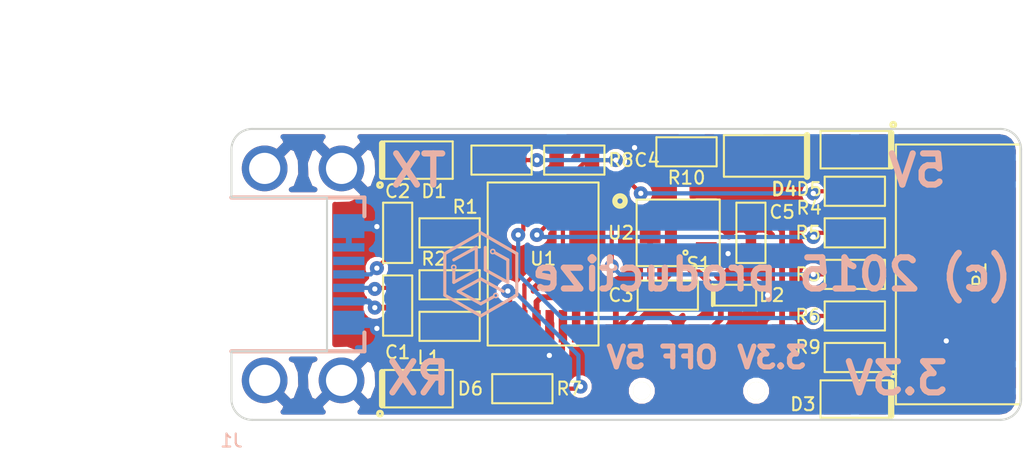
<source format=kicad_pcb>
(kicad_pcb (version 4) (host pcbnew "(2015-05-31 BZR 5692)-product")

  (general
    (links 55)
    (no_connects 0)
    (area 182.949999 57.949999 221.050001 72.050001)
    (thickness 1.6)
    (drawings 22)
    (tracks 193)
    (zones 0)
    (modules 28)
    (nets 30)
  )

  (page A4)
  (layers
    (0 F.Cu signal)
    (31 B.Cu signal)
    (32 B.Adhes user)
    (33 F.Adhes user)
    (34 B.Paste user)
    (35 F.Paste user)
    (36 B.SilkS user)
    (37 F.SilkS user)
    (38 B.Mask user)
    (39 F.Mask user)
    (40 Dwgs.User user)
    (41 Cmts.User user)
    (42 Eco1.User user)
    (43 Eco2.User user)
    (44 Edge.Cuts user)
    (45 Margin user)
    (46 B.CrtYd user)
    (47 F.CrtYd user)
    (48 B.Fab user)
    (49 F.Fab user)
  )

  (setup
    (last_trace_width 0.2032)
    (trace_clearance 0.1524)
    (zone_clearance 0.2032)
    (zone_45_only no)
    (trace_min 0.1524)
    (segment_width 0.2)
    (edge_width 0.1)
    (via_size 0.675)
    (via_drill 0.25)
    (via_min_size 0.625)
    (via_min_drill 0.25)
    (uvia_size 0.508)
    (uvia_drill 0.127)
    (uvias_allowed no)
    (uvia_min_size 0.508)
    (uvia_min_drill 0.127)
    (pcb_text_width 0.3)
    (pcb_text_size 1.5 1.5)
    (mod_edge_width 0.15)
    (mod_text_size 1 1)
    (mod_text_width 0.15)
    (pad_size 2.2 2.2)
    (pad_drill 1.5)
    (pad_to_mask_clearance 0)
    (aux_axis_origin 0 0)
    (visible_elements 7FFFFF3F)
    (pcbplotparams
      (layerselection 0x010f0_80000001)
      (usegerberextensions true)
      (excludeedgelayer false)
      (linewidth 0.100000)
      (plotframeref false)
      (viasonmask false)
      (mode 1)
      (useauxorigin false)
      (hpglpennumber 1)
      (hpglpenspeed 20)
      (hpglpendiameter 15)
      (hpglpenoverlay 2)
      (psnegative false)
      (psa4output false)
      (plotreference true)
      (plotvalue true)
      (plotinvisibletext false)
      (padsonsilk false)
      (subtractmaskfromsilk false)
      (outputformat 1)
      (mirror false)
      (drillshape 0)
      (scaleselection 1)
      (outputdirectory /tmp))
  )

  (net 0 "")
  (net 1 GND)
  (net 2 +5V)
  (net 3 +3V3)
  (net 4 VCC)
  (net 5 +3.3VP)
  (net 6 /D-)
  (net 7 /D+)
  (net 8 /~RXLED2)
  (net 9 /~RXLED)
  (net 10 /~TXLED2)
  (net 11 /~TXLED)
  (net 12 /VBUS)
  (net 13 /~CTS2)
  (net 14 /TXD2)
  (net 15 /RXD2)
  (net 16 /~RTS2)
  (net 17 /USB+)
  (net 18 /USB-)
  (net 19 /TXD)
  (net 20 /~RTS)
  (net 21 /RXD)
  (net 22 /~CTS)
  (net 23 "Net-(D3-Pad1)")
  (net 24 "Net-(D4-Pad1)")
  (net 25 "Net-(D4-Pad2)")
  (net 26 "Net-(J1-Pad4)")
  (net 27 "Net-(S1-Pad2)")
  (net 28 "Net-(U1-Pad15)")
  (net 29 "Net-(U1-Pad16)")

  (net_class Default "This is the default net class."
    (clearance 0.1524)
    (trace_width 0.2032)
    (via_dia 0.675)
    (via_drill 0.25)
    (uvia_dia 0.508)
    (uvia_drill 0.127)
    (add_net +3.3VP)
    (add_net /D+)
    (add_net /D-)
    (add_net /RXD)
    (add_net /RXD2)
    (add_net /TXD)
    (add_net /TXD2)
    (add_net /USB+)
    (add_net /USB-)
    (add_net /~CTS)
    (add_net /~CTS2)
    (add_net /~RTS)
    (add_net /~RTS2)
    (add_net /~RXLED)
    (add_net /~RXLED2)
    (add_net /~TXLED)
    (add_net /~TXLED2)
    (add_net "Net-(D3-Pad1)")
    (add_net "Net-(D4-Pad1)")
    (add_net "Net-(D4-Pad2)")
    (add_net "Net-(J1-Pad4)")
    (add_net "Net-(S1-Pad2)")
    (add_net "Net-(U1-Pad15)")
    (add_net "Net-(U1-Pad16)")
  )

  (net_class 50Ohm ""
    (clearance 0.1524)
    (trace_width 0.5)
    (via_dia 0.675)
    (via_drill 0.25)
    (uvia_dia 0.508)
    (uvia_drill 0.127)
  )

  (net_class High-Power ""
    (clearance 0.1524)
    (trace_width 0.2794)
    (via_dia 0.675)
    (via_drill 0.25)
    (uvia_dia 0.508)
    (uvia_drill 0.127)
    (add_net +3V3)
    (add_net +5V)
    (add_net /VBUS)
    (add_net GND)
    (add_net VCC)
  )

  (net_class Power ""
    (clearance 0.1524)
    (trace_width 0.2032)
    (via_dia 0.675)
    (via_drill 0.25)
    (uvia_dia 0.508)
    (uvia_drill 0.127)
  )

  (net_class pull ""
    (clearance 0.1524)
    (trace_width 0.1524)
    (via_dia 0.675)
    (via_drill 0.25)
    (uvia_dia 0.508)
    (uvia_drill 0.127)
  )

  (module passive:0603_C (layer F.Cu) (tedit 55A0D649) (tstamp 559D5A49)
    (at 191 66.5 270)
    (descr "Generic 0603 footprint made slightly smaller for more densely populated boards used for resistor and capacitor")
    (path /559D6BDC)
    (fp_text reference C1 (at 2.25 0 360) (layer F.SilkS)
      (effects (font (size 0.625 0.625) (thickness 0.1)))
    )
    (fp_text value 47pF (at 0 1.4 270) (layer F.SilkS) hide
      (effects (font (size 0.625 0.625) (thickness 0.1)))
    )
    (fp_line (start -0.35 -0.45) (end 0.35 -0.45) (layer Dwgs.User) (width 0.1))
    (fp_line (start -0.35 0.45) (end 0.35 0.45) (layer Dwgs.User) (width 0.1))
    (fp_poly (pts (xy -0.85 -0.5) (xy -0.85 0.5) (xy -0.35 0.5) (xy -0.35 -0.5)
      (xy -0.85 -0.5)) (layer Dwgs.User) (width 0.15))
    (fp_poly (pts (xy 0.35 -0.5) (xy 0.35 0.5) (xy 0.85 0.5) (xy 0.85 -0.5)
      (xy 0.35 -0.5)) (layer Dwgs.User) (width 0.15))
    (fp_line (start -1.45 0.7) (end 1.45 0.7) (layer F.SilkS) (width 0.1))
    (fp_line (start 1.45 0.7) (end 1.45 -0.7) (layer F.SilkS) (width 0.1))
    (fp_line (start 1.45 -0.7) (end -1.45 -0.7) (layer F.SilkS) (width 0.1))
    (fp_line (start -1.45 -0.7) (end -1.45 0.7) (layer F.SilkS) (width 0.1))
    (pad 1 smd rect (at -0.85 0 270) (size 0.7 1) (layers F.Cu F.Paste F.Mask)
      (net 6 /D-))
    (pad 2 smd rect (at 0.85 0 270) (size 0.7 1) (layers F.Cu F.Paste F.Mask)
      (net 1 GND))
    (model C_0603J.wrl
      (at (xyz 0 0 0))
      (scale (xyz 1 1 1))
      (rotate (xyz 0 0 0))
    )
  )

  (module passive:0603_C (layer F.Cu) (tedit 55A0D4AE) (tstamp 559D5A4F)
    (at 191 63 90)
    (descr "Generic 0603 footprint made slightly smaller for more densely populated boards used for resistor and capacitor")
    (path /559D6C29)
    (fp_text reference C2 (at 2 0 180) (layer F.SilkS)
      (effects (font (size 0.625 0.625) (thickness 0.1)))
    )
    (fp_text value 47pF (at 0 1.4 90) (layer F.SilkS) hide
      (effects (font (size 0.625 0.625) (thickness 0.1)))
    )
    (fp_line (start -0.35 -0.45) (end 0.35 -0.45) (layer Dwgs.User) (width 0.1))
    (fp_line (start -0.35 0.45) (end 0.35 0.45) (layer Dwgs.User) (width 0.1))
    (fp_poly (pts (xy -0.85 -0.5) (xy -0.85 0.5) (xy -0.35 0.5) (xy -0.35 -0.5)
      (xy -0.85 -0.5)) (layer Dwgs.User) (width 0.15))
    (fp_poly (pts (xy 0.35 -0.5) (xy 0.35 0.5) (xy 0.85 0.5) (xy 0.85 -0.5)
      (xy 0.35 -0.5)) (layer Dwgs.User) (width 0.15))
    (fp_line (start -1.45 0.7) (end 1.45 0.7) (layer F.SilkS) (width 0.1))
    (fp_line (start 1.45 0.7) (end 1.45 -0.7) (layer F.SilkS) (width 0.1))
    (fp_line (start 1.45 -0.7) (end -1.45 -0.7) (layer F.SilkS) (width 0.1))
    (fp_line (start -1.45 -0.7) (end -1.45 0.7) (layer F.SilkS) (width 0.1))
    (pad 1 smd rect (at -0.85 0 90) (size 0.7 1) (layers F.Cu F.Paste F.Mask)
      (net 7 /D+))
    (pad 2 smd rect (at 0.85 0 90) (size 0.7 1) (layers F.Cu F.Paste F.Mask)
      (net 1 GND))
    (model C_0603J.wrl
      (at (xyz 0 0 0))
      (scale (xyz 1 1 1))
      (rotate (xyz 0 0 0))
    )
  )

  (module passive:0603_C (layer F.Cu) (tedit 55A0D699) (tstamp 559D5A55)
    (at 204 66)
    (descr "Generic 0603 footprint made slightly smaller for more densely populated boards used for resistor and capacitor")
    (path /559D6FF0)
    (fp_text reference C3 (at -2.25 0) (layer F.SilkS)
      (effects (font (size 0.625 0.625) (thickness 0.1)))
    )
    (fp_text value 4.7uF (at 0 1.4) (layer F.SilkS) hide
      (effects (font (size 0.625 0.625) (thickness 0.1)))
    )
    (fp_line (start -0.35 -0.45) (end 0.35 -0.45) (layer Dwgs.User) (width 0.1))
    (fp_line (start -0.35 0.45) (end 0.35 0.45) (layer Dwgs.User) (width 0.1))
    (fp_poly (pts (xy -0.85 -0.5) (xy -0.85 0.5) (xy -0.35 0.5) (xy -0.35 -0.5)
      (xy -0.85 -0.5)) (layer Dwgs.User) (width 0.15))
    (fp_poly (pts (xy 0.35 -0.5) (xy 0.35 0.5) (xy 0.85 0.5) (xy 0.85 -0.5)
      (xy 0.35 -0.5)) (layer Dwgs.User) (width 0.15))
    (fp_line (start -1.45 0.7) (end 1.45 0.7) (layer F.SilkS) (width 0.1))
    (fp_line (start 1.45 0.7) (end 1.45 -0.7) (layer F.SilkS) (width 0.1))
    (fp_line (start 1.45 -0.7) (end -1.45 -0.7) (layer F.SilkS) (width 0.1))
    (fp_line (start -1.45 -0.7) (end -1.45 0.7) (layer F.SilkS) (width 0.1))
    (pad 1 smd rect (at -0.85 0) (size 0.7 1) (layers F.Cu F.Paste F.Mask)
      (net 2 +5V))
    (pad 2 smd rect (at 0.85 0) (size 0.7 1) (layers F.Cu F.Paste F.Mask)
      (net 1 GND))
    (model C_0603J.wrl
      (at (xyz 0 0 0))
      (scale (xyz 1 1 1))
      (rotate (xyz 0 0 0))
    )
  )

  (module passive:0603_C (layer F.Cu) (tedit 55A0D6DA) (tstamp 559D5A5B)
    (at 208 63 270)
    (descr "Generic 0603 footprint made slightly smaller for more densely populated boards used for resistor and capacitor")
    (path /559D7067)
    (fp_text reference C5 (at -1 -1.5 360) (layer F.SilkS)
      (effects (font (size 0.625 0.625) (thickness 0.1)))
    )
    (fp_text value 4.7uF (at 0 1.4 270) (layer F.SilkS) hide
      (effects (font (size 0.625 0.625) (thickness 0.1)))
    )
    (fp_line (start -0.35 -0.45) (end 0.35 -0.45) (layer Dwgs.User) (width 0.1))
    (fp_line (start -0.35 0.45) (end 0.35 0.45) (layer Dwgs.User) (width 0.1))
    (fp_poly (pts (xy -0.85 -0.5) (xy -0.85 0.5) (xy -0.35 0.5) (xy -0.35 -0.5)
      (xy -0.85 -0.5)) (layer Dwgs.User) (width 0.15))
    (fp_poly (pts (xy 0.35 -0.5) (xy 0.35 0.5) (xy 0.85 0.5) (xy 0.85 -0.5)
      (xy 0.35 -0.5)) (layer Dwgs.User) (width 0.15))
    (fp_line (start -1.45 0.7) (end 1.45 0.7) (layer F.SilkS) (width 0.1))
    (fp_line (start 1.45 0.7) (end 1.45 -0.7) (layer F.SilkS) (width 0.1))
    (fp_line (start 1.45 -0.7) (end -1.45 -0.7) (layer F.SilkS) (width 0.1))
    (fp_line (start -1.45 -0.7) (end -1.45 0.7) (layer F.SilkS) (width 0.1))
    (pad 1 smd rect (at -0.85 0 270) (size 0.7 1) (layers F.Cu F.Paste F.Mask)
      (net 3 +3V3))
    (pad 2 smd rect (at 0.85 0 270) (size 0.7 1) (layers F.Cu F.Paste F.Mask)
      (net 1 GND))
    (model C_0603J.wrl
      (at (xyz 0 0 0))
      (scale (xyz 1 1 1))
      (rotate (xyz 0 0 0))
    )
  )

  (module led:0805_LED (layer F.Cu) (tedit 55A0D67A) (tstamp 559D5A61)
    (at 192 70.5 180)
    (descr "Generic 0805 footprint with LED direction marker")
    (path /559D5F06)
    (fp_text reference D6 (at -2.5 0 180) (layer F.SilkS)
      (effects (font (size 0.625 0.625) (thickness 0.1)))
    )
    (fp_text value LED (at 0 1.5 180) (layer F.SilkS) hide
      (effects (font (size 0.625 0.625) (thickness 0.1)))
    )
    (fp_circle (center 1.85 -1.2) (end 1.9 -1.1) (layer F.SilkS) (width 0.15))
    (fp_line (start -0.35 -0.65) (end 0.35 -0.65) (layer Dwgs.User) (width 0.1))
    (fp_line (start -0.35 0.65) (end 0.35 0.65) (layer Dwgs.User) (width 0.1))
    (fp_poly (pts (xy -1.1 -0.7) (xy -1.1 0.7) (xy -0.35 0.7) (xy -0.35 -0.7)
      (xy -1.1 -0.7)) (layer Dwgs.User) (width 0.15))
    (fp_poly (pts (xy 0.35 -0.7) (xy 0.35 0.7) (xy 1.1 0.7) (xy 1.1 -0.7)
      (xy 0.35 -0.7)) (layer Dwgs.User) (width 0.15))
    (fp_line (start -1.65 0.9) (end 1.65 0.9) (layer F.SilkS) (width 0.1))
    (fp_line (start 1.65 0.9) (end 1.65 -0.9) (layer F.SilkS) (width 0.1))
    (fp_line (start 1.65 -0.9) (end -1.65 -0.9) (layer F.SilkS) (width 0.1))
    (fp_line (start -1.65 -0.9) (end -1.65 0.9) (layer F.SilkS) (width 0.1))
    (fp_line (start 1.75 0.8) (end 1.75 -0.8) (layer F.SilkS) (width 0.3))
    (pad 1 smd rect (at -0.85 0 180) (size 1.3 1.5) (layers F.Cu F.Paste F.Mask)
      (net 8 /~RXLED2))
    (pad 2 smd rect (at 0.85 0 180) (size 1.3 1.5) (layers F.Cu F.Paste F.Mask)
      (net 9 /~RXLED))
    (model led_0805.wrl
      (at (xyz 0 0 0))
      (scale (xyz 1 1 1))
      (rotate (xyz 0 0 0))
    )
  )

  (module led:0805_LED (layer F.Cu) (tedit 55A0D642) (tstamp 559D5A67)
    (at 192 59.5 180)
    (descr "Generic 0805 footprint with LED direction marker")
    (path /559D5F95)
    (fp_text reference D1 (at -0.75 -1.5 180) (layer F.SilkS)
      (effects (font (size 0.625 0.625) (thickness 0.1)))
    )
    (fp_text value LED (at 0 1.5 180) (layer F.SilkS) hide
      (effects (font (size 0.625 0.625) (thickness 0.1)))
    )
    (fp_circle (center 1.85 -1.2) (end 1.9 -1.1) (layer F.SilkS) (width 0.15))
    (fp_line (start -0.35 -0.65) (end 0.35 -0.65) (layer Dwgs.User) (width 0.1))
    (fp_line (start -0.35 0.65) (end 0.35 0.65) (layer Dwgs.User) (width 0.1))
    (fp_poly (pts (xy -1.1 -0.7) (xy -1.1 0.7) (xy -0.35 0.7) (xy -0.35 -0.7)
      (xy -1.1 -0.7)) (layer Dwgs.User) (width 0.15))
    (fp_poly (pts (xy 0.35 -0.7) (xy 0.35 0.7) (xy 1.1 0.7) (xy 1.1 -0.7)
      (xy 0.35 -0.7)) (layer Dwgs.User) (width 0.15))
    (fp_line (start -1.65 0.9) (end 1.65 0.9) (layer F.SilkS) (width 0.1))
    (fp_line (start 1.65 0.9) (end 1.65 -0.9) (layer F.SilkS) (width 0.1))
    (fp_line (start 1.65 -0.9) (end -1.65 -0.9) (layer F.SilkS) (width 0.1))
    (fp_line (start -1.65 -0.9) (end -1.65 0.9) (layer F.SilkS) (width 0.1))
    (fp_line (start 1.75 0.8) (end 1.75 -0.8) (layer F.SilkS) (width 0.3))
    (pad 1 smd rect (at -0.85 0 180) (size 1.3 1.5) (layers F.Cu F.Paste F.Mask)
      (net 10 /~TXLED2))
    (pad 2 smd rect (at 0.85 0 180) (size 1.3 1.5) (layers F.Cu F.Paste F.Mask)
      (net 11 /~TXLED))
    (model led_0805.wrl
      (at (xyz 0 0 0))
      (scale (xyz 1 1 1))
      (rotate (xyz 0 0 0))
    )
  )

  (module discrete:NXP-PESD-SOD523-SC-79 (layer F.Cu) (tedit 55A0D6A5) (tstamp 559D5A6D)
    (at 207.25 66 180)
    (descr "NXP SOD523 package as used in PESD5V0S1UB")
    (path /559D8AD1)
    (fp_text reference D2 (at -1.75 0 180) (layer F.SilkS)
      (effects (font (size 0.625 0.625) (thickness 0.1)))
    )
    (fp_text value TVS (at 0 1.4 180) (layer F.SilkS) hide
      (effects (font (size 0.625 0.625) (thickness 0.1)))
    )
    (fp_poly (pts (xy -0.9 -0.25) (xy -0.9 0.25) (xy -0.5 0.25) (xy -0.5 -0.25)
      (xy -0.9 -0.25)) (layer Dwgs.User) (width 0))
    (fp_poly (pts (xy 0.5 -0.25) (xy 0.5 0.25) (xy 0.9 0.25) (xy 0.9 -0.25)
      (xy 0.5 -0.25)) (layer Dwgs.User) (width 0))
    (fp_line (start -0.625 0.425) (end 0.625 0.425) (layer Dwgs.User) (width 0.1))
    (fp_line (start 0.625 0.425) (end 0.625 -0.425) (layer Dwgs.User) (width 0.1))
    (fp_line (start 0.625 -0.425) (end -0.625 -0.425) (layer Dwgs.User) (width 0.1))
    (fp_line (start -0.625 -0.425) (end -0.625 0.425) (layer Dwgs.User) (width 0.1))
    (fp_line (start -1 0.5) (end 1 0.5) (layer F.SilkS) (width 0.1))
    (fp_line (start 1 0.5) (end 1 -0.5) (layer F.SilkS) (width 0.1))
    (fp_line (start 1 -0.5) (end -1 -0.5) (layer F.SilkS) (width 0.1))
    (fp_line (start -1 -0.5) (end -1 0.5) (layer F.SilkS) (width 0.1))
    (fp_line (start 1.1 0.5) (end 1.1 -0.5) (layer F.SilkS) (width 0.15))
    (pad 1 smd rect (at -0.7 0 180) (size 0.5 0.6) (layers F.Cu F.Paste F.Mask)
      (net 1 GND))
    (pad 2 smd rect (at 0.7 0 180) (size 0.5 0.6) (layers F.Cu F.Paste F.Mask)
      (net 4 VCC))
  )

  (module led:0805_LED (layer F.Cu) (tedit 55A0D6DE) (tstamp 559D5A73)
    (at 213 71)
    (descr "Generic 0805 footprint with LED direction marker")
    (path /559DA0D6)
    (fp_text reference D3 (at -2.5 0.25) (layer F.SilkS)
      (effects (font (size 0.625 0.625) (thickness 0.1)))
    )
    (fp_text value LED (at 0 1.5) (layer F.SilkS) hide
      (effects (font (size 0.625 0.625) (thickness 0.1)))
    )
    (fp_circle (center 1.85 -1.2) (end 1.9 -1.1) (layer F.SilkS) (width 0.15))
    (fp_line (start -0.35 -0.65) (end 0.35 -0.65) (layer Dwgs.User) (width 0.1))
    (fp_line (start -0.35 0.65) (end 0.35 0.65) (layer Dwgs.User) (width 0.1))
    (fp_poly (pts (xy -1.1 -0.7) (xy -1.1 0.7) (xy -0.35 0.7) (xy -0.35 -0.7)
      (xy -1.1 -0.7)) (layer Dwgs.User) (width 0.15))
    (fp_poly (pts (xy 0.35 -0.7) (xy 0.35 0.7) (xy 1.1 0.7) (xy 1.1 -0.7)
      (xy 0.35 -0.7)) (layer Dwgs.User) (width 0.15))
    (fp_line (start -1.65 0.9) (end 1.65 0.9) (layer F.SilkS) (width 0.1))
    (fp_line (start 1.65 0.9) (end 1.65 -0.9) (layer F.SilkS) (width 0.1))
    (fp_line (start 1.65 -0.9) (end -1.65 -0.9) (layer F.SilkS) (width 0.1))
    (fp_line (start -1.65 -0.9) (end -1.65 0.9) (layer F.SilkS) (width 0.1))
    (fp_line (start 1.75 0.8) (end 1.75 -0.8) (layer F.SilkS) (width 0.3))
    (pad 1 smd rect (at -0.85 0) (size 1.3 1.5) (layers F.Cu F.Paste F.Mask)
      (net 23 "Net-(D3-Pad1)"))
    (pad 2 smd rect (at 0.85 0) (size 1.3 1.5) (layers F.Cu F.Paste F.Mask)
      (net 1 GND))
    (model led_0805.wrl
      (at (xyz 0 0 0))
      (scale (xyz 1 1 1))
      (rotate (xyz 0 0 0))
    )
  )

  (module led:0805_LED (layer F.Cu) (tedit 55BA42E5) (tstamp 559D5A7F)
    (at 213 59)
    (descr "Generic 0805 footprint with LED direction marker")
    (path /559DA899)
    (fp_text reference D5 (at -2.2 1.9 180) (layer F.SilkS)
      (effects (font (size 0.625 0.625) (thickness 0.1)))
    )
    (fp_text value LED (at 0 1.5) (layer F.SilkS) hide
      (effects (font (size 0.625 0.625) (thickness 0.1)))
    )
    (fp_circle (center 1.85 -1.2) (end 1.9 -1.1) (layer F.SilkS) (width 0.15))
    (fp_line (start -0.35 -0.65) (end 0.35 -0.65) (layer Dwgs.User) (width 0.1))
    (fp_line (start -0.35 0.65) (end 0.35 0.65) (layer Dwgs.User) (width 0.1))
    (fp_poly (pts (xy -1.1 -0.7) (xy -1.1 0.7) (xy -0.35 0.7) (xy -0.35 -0.7)
      (xy -1.1 -0.7)) (layer Dwgs.User) (width 0.15))
    (fp_poly (pts (xy 0.35 -0.7) (xy 0.35 0.7) (xy 1.1 0.7) (xy 1.1 -0.7)
      (xy 0.35 -0.7)) (layer Dwgs.User) (width 0.15))
    (fp_line (start -1.65 0.9) (end 1.65 0.9) (layer F.SilkS) (width 0.1))
    (fp_line (start 1.65 0.9) (end 1.65 -0.9) (layer F.SilkS) (width 0.1))
    (fp_line (start 1.65 -0.9) (end -1.65 -0.9) (layer F.SilkS) (width 0.1))
    (fp_line (start -1.65 -0.9) (end -1.65 0.9) (layer F.SilkS) (width 0.1))
    (fp_line (start 1.75 0.8) (end 1.75 -0.8) (layer F.SilkS) (width 0.3))
    (pad 1 smd rect (at -0.85 0) (size 1.3 1.5) (layers F.Cu F.Paste F.Mask)
      (net 25 "Net-(D4-Pad2)"))
    (pad 2 smd rect (at 0.85 0) (size 1.3 1.5) (layers F.Cu F.Paste F.Mask)
      (net 1 GND))
    (model led_0805.wrl
      (at (xyz 0 0 0))
      (scale (xyz 1 1 1))
      (rotate (xyz 0 0 0))
    )
  )

  (module conn:USB-MICRO-B-FCI-10103593-0001LF (layer B.Cu) (tedit 559D5A17) (tstamp 559D5A8E)
    (at 183 65)
    (descr "RS 714-2338")
    (path /559D51DB)
    (fp_text reference J1 (at 0 8) (layer B.SilkS)
      (effects (font (size 0.625 0.625) (thickness 0.1)) (justify mirror))
    )
    (fp_text value MICRO-USB-B-alt (at 0.564315 11.9899) (layer B.SilkS) hide
      (effects (font (thickness 0.15)) (justify mirror))
    )
    (fp_line (start 0 -4.7) (end 0 4.7) (layer Dwgs.User) (width 0.2))
    (fp_line (start 0 3.7) (end -0.62 3.7) (layer Dwgs.User) (width 0.2))
    (fp_line (start 0 -3.7) (end -0.62 -3.7) (layer Dwgs.User) (width 0.2))
    (fp_line (start -0.62 -3.7) (end -0.62 3.7) (layer Dwgs.User) (width 0.2))
    (fp_line (start 0 3.7) (end 6.4 3.7) (layer B.SilkS) (width 0.2))
    (fp_line (start 0 -3.7) (end 6.4 -3.7) (layer B.SilkS) (width 0.2))
    (fp_line (start 6.4 3.7) (end 6.4 2.8) (layer B.SilkS) (width 0.2))
    (fp_line (start 6.4 -3.7) (end 6.4 -2.8) (layer B.SilkS) (width 0.2))
    (fp_line (start 4.6 3.7) (end 4.6 -3.7) (layer Dwgs.User) (width 0.2))
    (pad 10 thru_hole circle (at 5.3 -5.1) (size 2.2 2.2) (drill 1.5) (layers *.Cu *.Mask)
      (net 1 GND))
    (pad 11 thru_hole circle (at 5.3 5.1 180) (size 2.2 2.2) (drill 1.5) (layers *.Cu *.Mask)
      (net 1 GND))
    (pad 8 thru_hole circle (at 1.6 -5.1) (size 2.2 2.2) (drill 1.5) (layers *.Cu *.Mask)
      (net 1 GND))
    (pad 9 thru_hole circle (at 1.6 5.1 180) (size 2.2 2.2) (drill 1.5) (layers *.Cu *.Mask)
      (net 1 GND))
    (pad 1 smd rect (at 5.65 1.3) (size 1.5 0.4) (layers B.Cu B.Paste B.Mask)
      (net 12 /VBUS))
    (pad 2 smd rect (at 5.65 0.65) (size 1.5 0.4) (layers B.Cu B.Paste B.Mask)
      (net 6 /D-))
    (pad 3 smd rect (at 5.65 0) (size 1.5 0.4) (layers B.Cu B.Paste B.Mask)
      (net 7 /D+))
    (pad 4 smd rect (at 5.65 -0.65) (size 1.5 0.4) (layers B.Cu B.Paste B.Mask)
      (net 26 "Net-(J1-Pad4)"))
    (pad 5 smd rect (at 5.65 -1.3) (size 1.5 0.4) (layers B.Cu B.Paste B.Mask)
      (net 1 GND))
    (pad 7 smd rect (at 5.65 2.325) (size 1.5 1.15) (layers B.Cu B.Paste B.Mask)
      (net 1 GND))
    (pad 6 smd rect (at 5.65 -2.325) (size 1.5 1.15) (layers B.Cu B.Paste B.Mask)
      (net 1 GND))
  )

  (module passive:0603_L (layer F.Cu) (tedit 55A0D648) (tstamp 559D5A94)
    (at 193.5 67.5)
    (descr "Generic 0603 footprint made slightly smaller for more densely populated boards used for resistor and capacitor")
    (path /559D5323)
    (fp_text reference L1 (at -1 1.5) (layer F.SilkS)
      (effects (font (size 0.625 0.625) (thickness 0.1)))
    )
    (fp_text value FB (at 0 1.4) (layer F.SilkS) hide
      (effects (font (size 0.625 0.625) (thickness 0.1)))
    )
    (fp_line (start -0.35 -0.45) (end 0.35 -0.45) (layer Dwgs.User) (width 0.1))
    (fp_line (start -0.35 0.45) (end 0.35 0.45) (layer Dwgs.User) (width 0.1))
    (fp_poly (pts (xy -0.85 -0.5) (xy -0.85 0.5) (xy -0.35 0.5) (xy -0.35 -0.5)
      (xy -0.85 -0.5)) (layer Dwgs.User) (width 0.15))
    (fp_poly (pts (xy 0.35 -0.5) (xy 0.35 0.5) (xy 0.85 0.5) (xy 0.85 -0.5)
      (xy 0.35 -0.5)) (layer Dwgs.User) (width 0.15))
    (fp_line (start -1.45 0.7) (end 1.45 0.7) (layer F.SilkS) (width 0.1))
    (fp_line (start 1.45 0.7) (end 1.45 -0.7) (layer F.SilkS) (width 0.1))
    (fp_line (start 1.45 -0.7) (end -1.45 -0.7) (layer F.SilkS) (width 0.1))
    (fp_line (start -1.45 -0.7) (end -1.45 0.7) (layer F.SilkS) (width 0.1))
    (pad 1 smd rect (at -0.85 0) (size 0.7 1) (layers F.Cu F.Paste F.Mask)
      (net 12 /VBUS))
    (pad 2 smd rect (at 0.85 0) (size 0.7 1) (layers F.Cu F.Paste F.Mask)
      (net 2 +5V))
    (model C_0603J.wrl
      (at (xyz 0 0 0))
      (scale (xyz 1 1 1))
      (rotate (xyz 0 0 0))
    )
  )

  (module conn:JST-eGH-1.25mm-SMD-top-6 (layer F.Cu) (tedit 55A0D5B6) (tstamp 559D5AAD)
    (at 216 65 90)
    (path /559D4B38)
    (fp_text reference P1 (at 0 3 90) (layer F.SilkS)
      (effects (font (size 0.625 0.625) (thickness 0.1)))
    )
    (fp_text value CONN_01X06 (at 0 7 90) (layer F.SilkS) hide
      (effects (font (thickness 0.15)))
    )
    (fp_line (start -6 4.45) (end 6 4.45) (layer Dwgs.User) (width 0.1))
    (fp_line (start 6 4.45) (end 6 0.2) (layer Dwgs.User) (width 0.1))
    (fp_line (start 6 0.2) (end -6 0.2) (layer Dwgs.User) (width 0.1))
    (fp_line (start -6 0.2) (end -6 4.45) (layer Dwgs.User) (width 0.1))
    (fp_line (start -6.25 4.975) (end 6.25 4.975) (layer F.SilkS) (width 0.1))
    (fp_line (start 6.25 4.975) (end 6.25 -1.025) (layer F.SilkS) (width 0.1))
    (fp_line (start 6.25 -1.025) (end -6.25 -1.025) (layer F.SilkS) (width 0.1))
    (fp_line (start -6.25 -1.025) (end -6.25 4.975) (layer F.SilkS) (width 0.1))
    (pad 1 smd rect (at -3.125 0 90) (size 0.6 1.7) (layers F.Cu F.Paste F.Mask)
      (net 1 GND))
    (pad 2 smd rect (at -1.875 0 90) (size 0.6 1.7) (layers F.Cu F.Paste F.Mask)
      (net 13 /~CTS2))
    (pad 3 smd rect (at -0.625 0 90) (size 0.6 1.7) (layers F.Cu F.Paste F.Mask)
      (net 4 VCC))
    (pad 4 smd rect (at 0.625 0 90) (size 0.6 1.7) (layers F.Cu F.Paste F.Mask)
      (net 14 /TXD2))
    (pad 5 smd rect (at 1.875 0 90) (size 0.6 1.7) (layers F.Cu F.Paste F.Mask)
      (net 15 /RXD2))
    (pad 6 smd rect (at 3.125 0 90) (size 0.6 1.7) (layers F.Cu F.Paste F.Mask)
      (net 16 /~RTS2))
    (pad 7 smd rect (at -4.975 3.35 90) (size 1 2.8) (layers F.Cu F.Paste F.Mask))
    (pad 8 smd rect (at 4.975 3.35 90) (size 1 2.8) (layers F.Cu F.Paste F.Mask))
  )

  (module passive:0603_R (layer F.Cu) (tedit 55A0D644) (tstamp 559D5AB3)
    (at 193.5 63)
    (descr "Generic 0603 footprint made slightly smaller for more densely populated boards used for resistor and capacitor")
    (path /559D54BF)
    (fp_text reference R1 (at 0.75 -1.25) (layer F.SilkS)
      (effects (font (size 0.625 0.625) (thickness 0.1)))
    )
    (fp_text value 27 (at 0 1.4) (layer F.SilkS) hide
      (effects (font (size 0.625 0.625) (thickness 0.1)))
    )
    (fp_line (start -0.35 -0.45) (end 0.35 -0.45) (layer Dwgs.User) (width 0.1))
    (fp_line (start -0.35 0.45) (end 0.35 0.45) (layer Dwgs.User) (width 0.1))
    (fp_poly (pts (xy -0.85 -0.5) (xy -0.85 0.5) (xy -0.35 0.5) (xy -0.35 -0.5)
      (xy -0.85 -0.5)) (layer Dwgs.User) (width 0.15))
    (fp_poly (pts (xy 0.35 -0.5) (xy 0.35 0.5) (xy 0.85 0.5) (xy 0.85 -0.5)
      (xy 0.35 -0.5)) (layer Dwgs.User) (width 0.15))
    (fp_line (start -1.45 0.7) (end 1.45 0.7) (layer F.SilkS) (width 0.1))
    (fp_line (start 1.45 0.7) (end 1.45 -0.7) (layer F.SilkS) (width 0.1))
    (fp_line (start 1.45 -0.7) (end -1.45 -0.7) (layer F.SilkS) (width 0.1))
    (fp_line (start -1.45 -0.7) (end -1.45 0.7) (layer F.SilkS) (width 0.1))
    (pad 1 smd rect (at -0.85 0) (size 0.7 1) (layers F.Cu F.Paste F.Mask)
      (net 7 /D+))
    (pad 2 smd rect (at 0.85 0) (size 0.7 1) (layers F.Cu F.Paste F.Mask)
      (net 17 /USB+))
    (model R_0603.wrl
      (at (xyz 0 0 0))
      (scale (xyz 1 1 1))
      (rotate (xyz 0 0 0))
    )
  )

  (module passive:0603_R (layer F.Cu) (tedit 55A0D646) (tstamp 559D5AB9)
    (at 193.5 65.5)
    (descr "Generic 0603 footprint made slightly smaller for more densely populated boards used for resistor and capacitor")
    (path /559D546F)
    (fp_text reference R2 (at -0.75 -1.25) (layer F.SilkS)
      (effects (font (size 0.625 0.625) (thickness 0.1)))
    )
    (fp_text value 27 (at 0 1.4) (layer F.SilkS) hide
      (effects (font (size 0.625 0.625) (thickness 0.1)))
    )
    (fp_line (start -0.35 -0.45) (end 0.35 -0.45) (layer Dwgs.User) (width 0.1))
    (fp_line (start -0.35 0.45) (end 0.35 0.45) (layer Dwgs.User) (width 0.1))
    (fp_poly (pts (xy -0.85 -0.5) (xy -0.85 0.5) (xy -0.35 0.5) (xy -0.35 -0.5)
      (xy -0.85 -0.5)) (layer Dwgs.User) (width 0.15))
    (fp_poly (pts (xy 0.35 -0.5) (xy 0.35 0.5) (xy 0.85 0.5) (xy 0.85 -0.5)
      (xy 0.35 -0.5)) (layer Dwgs.User) (width 0.15))
    (fp_line (start -1.45 0.7) (end 1.45 0.7) (layer F.SilkS) (width 0.1))
    (fp_line (start 1.45 0.7) (end 1.45 -0.7) (layer F.SilkS) (width 0.1))
    (fp_line (start 1.45 -0.7) (end -1.45 -0.7) (layer F.SilkS) (width 0.1))
    (fp_line (start -1.45 -0.7) (end -1.45 0.7) (layer F.SilkS) (width 0.1))
    (pad 1 smd rect (at -0.85 0) (size 0.7 1) (layers F.Cu F.Paste F.Mask)
      (net 6 /D-))
    (pad 2 smd rect (at 0.85 0) (size 0.7 1) (layers F.Cu F.Paste F.Mask)
      (net 18 /USB-))
    (model R_0603.wrl
      (at (xyz 0 0 0))
      (scale (xyz 1 1 1))
      (rotate (xyz 0 0 0))
    )
  )

  (module passive:0603_R (layer F.Cu) (tedit 55A0D6B3) (tstamp 559D5ABF)
    (at 213 65)
    (descr "Generic 0603 footprint made slightly smaller for more densely populated boards used for resistor and capacitor")
    (path /559D6285)
    (fp_text reference R3 (at -2.25 0 180) (layer F.SilkS)
      (effects (font (size 0.625 0.625) (thickness 0.1)))
    )
    (fp_text value 27 (at 0 1.4) (layer F.SilkS) hide
      (effects (font (size 0.625 0.625) (thickness 0.1)))
    )
    (fp_line (start -0.35 -0.45) (end 0.35 -0.45) (layer Dwgs.User) (width 0.1))
    (fp_line (start -0.35 0.45) (end 0.35 0.45) (layer Dwgs.User) (width 0.1))
    (fp_poly (pts (xy -0.85 -0.5) (xy -0.85 0.5) (xy -0.35 0.5) (xy -0.35 -0.5)
      (xy -0.85 -0.5)) (layer Dwgs.User) (width 0.15))
    (fp_poly (pts (xy 0.35 -0.5) (xy 0.35 0.5) (xy 0.85 0.5) (xy 0.85 -0.5)
      (xy 0.35 -0.5)) (layer Dwgs.User) (width 0.15))
    (fp_line (start -1.45 0.7) (end 1.45 0.7) (layer F.SilkS) (width 0.1))
    (fp_line (start 1.45 0.7) (end 1.45 -0.7) (layer F.SilkS) (width 0.1))
    (fp_line (start 1.45 -0.7) (end -1.45 -0.7) (layer F.SilkS) (width 0.1))
    (fp_line (start -1.45 -0.7) (end -1.45 0.7) (layer F.SilkS) (width 0.1))
    (pad 1 smd rect (at -0.85 0) (size 0.7 1) (layers F.Cu F.Paste F.Mask)
      (net 19 /TXD))
    (pad 2 smd rect (at 0.85 0) (size 0.7 1) (layers F.Cu F.Paste F.Mask)
      (net 14 /TXD2))
    (model R_0603.wrl
      (at (xyz 0 0 0))
      (scale (xyz 1 1 1))
      (rotate (xyz 0 0 0))
    )
  )

  (module passive:0603_R (layer F.Cu) (tedit 55BA42E9) (tstamp 559D5AC5)
    (at 213 61)
    (descr "Generic 0603 footprint made slightly smaller for more densely populated boards used for resistor and capacitor")
    (path /559D630B)
    (fp_text reference R4 (at -2.2 0.8 180) (layer F.SilkS)
      (effects (font (size 0.625 0.625) (thickness 0.1)))
    )
    (fp_text value 27 (at 0 1.4) (layer F.SilkS) hide
      (effects (font (size 0.625 0.625) (thickness 0.1)))
    )
    (fp_line (start -0.35 -0.45) (end 0.35 -0.45) (layer Dwgs.User) (width 0.1))
    (fp_line (start -0.35 0.45) (end 0.35 0.45) (layer Dwgs.User) (width 0.1))
    (fp_poly (pts (xy -0.85 -0.5) (xy -0.85 0.5) (xy -0.35 0.5) (xy -0.35 -0.5)
      (xy -0.85 -0.5)) (layer Dwgs.User) (width 0.15))
    (fp_poly (pts (xy 0.35 -0.5) (xy 0.35 0.5) (xy 0.85 0.5) (xy 0.85 -0.5)
      (xy 0.35 -0.5)) (layer Dwgs.User) (width 0.15))
    (fp_line (start -1.45 0.7) (end 1.45 0.7) (layer F.SilkS) (width 0.1))
    (fp_line (start 1.45 0.7) (end 1.45 -0.7) (layer F.SilkS) (width 0.1))
    (fp_line (start 1.45 -0.7) (end -1.45 -0.7) (layer F.SilkS) (width 0.1))
    (fp_line (start -1.45 -0.7) (end -1.45 0.7) (layer F.SilkS) (width 0.1))
    (pad 1 smd rect (at -0.85 0) (size 0.7 1) (layers F.Cu F.Paste F.Mask)
      (net 20 /~RTS))
    (pad 2 smd rect (at 0.85 0) (size 0.7 1) (layers F.Cu F.Paste F.Mask)
      (net 16 /~RTS2))
    (model R_0603.wrl
      (at (xyz 0 0 0))
      (scale (xyz 1 1 1))
      (rotate (xyz 0 0 0))
    )
  )

  (module passive:0603_R (layer F.Cu) (tedit 55A0D6B1) (tstamp 559D5ACB)
    (at 213 63)
    (descr "Generic 0603 footprint made slightly smaller for more densely populated boards used for resistor and capacitor")
    (path /559D62DD)
    (fp_text reference R5 (at -2.25 0 180) (layer F.SilkS)
      (effects (font (size 0.625 0.625) (thickness 0.1)))
    )
    (fp_text value 27 (at 0 1.4) (layer F.SilkS) hide
      (effects (font (size 0.625 0.625) (thickness 0.1)))
    )
    (fp_line (start -0.35 -0.45) (end 0.35 -0.45) (layer Dwgs.User) (width 0.1))
    (fp_line (start -0.35 0.45) (end 0.35 0.45) (layer Dwgs.User) (width 0.1))
    (fp_poly (pts (xy -0.85 -0.5) (xy -0.85 0.5) (xy -0.35 0.5) (xy -0.35 -0.5)
      (xy -0.85 -0.5)) (layer Dwgs.User) (width 0.15))
    (fp_poly (pts (xy 0.35 -0.5) (xy 0.35 0.5) (xy 0.85 0.5) (xy 0.85 -0.5)
      (xy 0.35 -0.5)) (layer Dwgs.User) (width 0.15))
    (fp_line (start -1.45 0.7) (end 1.45 0.7) (layer F.SilkS) (width 0.1))
    (fp_line (start 1.45 0.7) (end 1.45 -0.7) (layer F.SilkS) (width 0.1))
    (fp_line (start 1.45 -0.7) (end -1.45 -0.7) (layer F.SilkS) (width 0.1))
    (fp_line (start -1.45 -0.7) (end -1.45 0.7) (layer F.SilkS) (width 0.1))
    (pad 1 smd rect (at -0.85 0) (size 0.7 1) (layers F.Cu F.Paste F.Mask)
      (net 21 /RXD))
    (pad 2 smd rect (at 0.85 0) (size 0.7 1) (layers F.Cu F.Paste F.Mask)
      (net 15 /RXD2))
    (model R_0603.wrl
      (at (xyz 0 0 0))
      (scale (xyz 1 1 1))
      (rotate (xyz 0 0 0))
    )
  )

  (module passive:0603_R (layer F.Cu) (tedit 55A0D6B6) (tstamp 559D5AD1)
    (at 213 67)
    (descr "Generic 0603 footprint made slightly smaller for more densely populated boards used for resistor and capacitor")
    (path /559D6343)
    (fp_text reference R6 (at -2.25 0 180) (layer F.SilkS)
      (effects (font (size 0.625 0.625) (thickness 0.1)))
    )
    (fp_text value 27 (at 0 1.4) (layer F.SilkS) hide
      (effects (font (size 0.625 0.625) (thickness 0.1)))
    )
    (fp_line (start -0.35 -0.45) (end 0.35 -0.45) (layer Dwgs.User) (width 0.1))
    (fp_line (start -0.35 0.45) (end 0.35 0.45) (layer Dwgs.User) (width 0.1))
    (fp_poly (pts (xy -0.85 -0.5) (xy -0.85 0.5) (xy -0.35 0.5) (xy -0.35 -0.5)
      (xy -0.85 -0.5)) (layer Dwgs.User) (width 0.15))
    (fp_poly (pts (xy 0.35 -0.5) (xy 0.35 0.5) (xy 0.85 0.5) (xy 0.85 -0.5)
      (xy 0.35 -0.5)) (layer Dwgs.User) (width 0.15))
    (fp_line (start -1.45 0.7) (end 1.45 0.7) (layer F.SilkS) (width 0.1))
    (fp_line (start 1.45 0.7) (end 1.45 -0.7) (layer F.SilkS) (width 0.1))
    (fp_line (start 1.45 -0.7) (end -1.45 -0.7) (layer F.SilkS) (width 0.1))
    (fp_line (start -1.45 -0.7) (end -1.45 0.7) (layer F.SilkS) (width 0.1))
    (pad 1 smd rect (at -0.85 0) (size 0.7 1) (layers F.Cu F.Paste F.Mask)
      (net 22 /~CTS))
    (pad 2 smd rect (at 0.85 0) (size 0.7 1) (layers F.Cu F.Paste F.Mask)
      (net 13 /~CTS2))
    (model R_0603.wrl
      (at (xyz 0 0 0))
      (scale (xyz 1 1 1))
      (rotate (xyz 0 0 0))
    )
  )

  (module passive:0603_R (layer F.Cu) (tedit 55A0D67E) (tstamp 559D5AD7)
    (at 197 70.5)
    (descr "Generic 0603 footprint made slightly smaller for more densely populated boards used for resistor and capacitor")
    (path /559D5FBD)
    (fp_text reference R7 (at 2.25 0) (layer F.SilkS)
      (effects (font (size 0.625 0.625) (thickness 0.1)))
    )
    (fp_text value 1k (at 0 1.4) (layer F.SilkS) hide
      (effects (font (size 0.625 0.625) (thickness 0.1)))
    )
    (fp_line (start -0.35 -0.45) (end 0.35 -0.45) (layer Dwgs.User) (width 0.1))
    (fp_line (start -0.35 0.45) (end 0.35 0.45) (layer Dwgs.User) (width 0.1))
    (fp_poly (pts (xy -0.85 -0.5) (xy -0.85 0.5) (xy -0.35 0.5) (xy -0.35 -0.5)
      (xy -0.85 -0.5)) (layer Dwgs.User) (width 0.15))
    (fp_poly (pts (xy 0.35 -0.5) (xy 0.35 0.5) (xy 0.85 0.5) (xy 0.85 -0.5)
      (xy 0.35 -0.5)) (layer Dwgs.User) (width 0.15))
    (fp_line (start -1.45 0.7) (end 1.45 0.7) (layer F.SilkS) (width 0.1))
    (fp_line (start 1.45 0.7) (end 1.45 -0.7) (layer F.SilkS) (width 0.1))
    (fp_line (start 1.45 -0.7) (end -1.45 -0.7) (layer F.SilkS) (width 0.1))
    (fp_line (start -1.45 -0.7) (end -1.45 0.7) (layer F.SilkS) (width 0.1))
    (pad 1 smd rect (at -0.85 0) (size 0.7 1) (layers F.Cu F.Paste F.Mask)
      (net 8 /~RXLED2))
    (pad 2 smd rect (at 0.85 0) (size 0.7 1) (layers F.Cu F.Paste F.Mask)
      (net 5 +3.3VP))
    (model R_0603.wrl
      (at (xyz 0 0 0))
      (scale (xyz 1 1 1))
      (rotate (xyz 0 0 0))
    )
  )

  (module passive:0603_R (layer F.Cu) (tedit 55B60C44) (tstamp 559D5ADD)
    (at 196 59.5)
    (descr "Generic 0603 footprint made slightly smaller for more densely populated boards used for resistor and capacitor")
    (path /559D6037)
    (fp_text reference R8 (at 5.75 0) (layer F.SilkS)
      (effects (font (size 0.625 0.625) (thickness 0.1)))
    )
    (fp_text value 1k (at 0 1.4) (layer F.SilkS) hide
      (effects (font (size 0.625 0.625) (thickness 0.1)))
    )
    (fp_line (start -0.35 -0.45) (end 0.35 -0.45) (layer Dwgs.User) (width 0.1))
    (fp_line (start -0.35 0.45) (end 0.35 0.45) (layer Dwgs.User) (width 0.1))
    (fp_poly (pts (xy -0.85 -0.5) (xy -0.85 0.5) (xy -0.35 0.5) (xy -0.35 -0.5)
      (xy -0.85 -0.5)) (layer Dwgs.User) (width 0.15))
    (fp_poly (pts (xy 0.35 -0.5) (xy 0.35 0.5) (xy 0.85 0.5) (xy 0.85 -0.5)
      (xy 0.35 -0.5)) (layer Dwgs.User) (width 0.15))
    (fp_line (start -1.45 0.7) (end 1.45 0.7) (layer F.SilkS) (width 0.1))
    (fp_line (start 1.45 0.7) (end 1.45 -0.7) (layer F.SilkS) (width 0.1))
    (fp_line (start 1.45 -0.7) (end -1.45 -0.7) (layer F.SilkS) (width 0.1))
    (fp_line (start -1.45 -0.7) (end -1.45 0.7) (layer F.SilkS) (width 0.1))
    (pad 1 smd rect (at -0.85 0) (size 0.7 1) (layers F.Cu F.Paste F.Mask)
      (net 10 /~TXLED2))
    (pad 2 smd rect (at 0.85 0) (size 0.7 1) (layers F.Cu F.Paste F.Mask)
      (net 5 +3.3VP))
    (model R_0603.wrl
      (at (xyz 0 0 0))
      (scale (xyz 1 1 1))
      (rotate (xyz 0 0 0))
    )
  )

  (module passive:0603_R (layer F.Cu) (tedit 55A0D6D2) (tstamp 559D5AE3)
    (at 213 69)
    (descr "Generic 0603 footprint made slightly smaller for more densely populated boards used for resistor and capacitor")
    (path /559DAA74)
    (fp_text reference R9 (at -2.25 -0.5) (layer F.SilkS)
      (effects (font (size 0.625 0.625) (thickness 0.1)))
    )
    (fp_text value 1k (at 0 1.4) (layer F.SilkS) hide
      (effects (font (size 0.625 0.625) (thickness 0.1)))
    )
    (fp_line (start -0.35 -0.45) (end 0.35 -0.45) (layer Dwgs.User) (width 0.1))
    (fp_line (start -0.35 0.45) (end 0.35 0.45) (layer Dwgs.User) (width 0.1))
    (fp_poly (pts (xy -0.85 -0.5) (xy -0.85 0.5) (xy -0.35 0.5) (xy -0.35 -0.5)
      (xy -0.85 -0.5)) (layer Dwgs.User) (width 0.15))
    (fp_poly (pts (xy 0.35 -0.5) (xy 0.35 0.5) (xy 0.85 0.5) (xy 0.85 -0.5)
      (xy 0.35 -0.5)) (layer Dwgs.User) (width 0.15))
    (fp_line (start -1.45 0.7) (end 1.45 0.7) (layer F.SilkS) (width 0.1))
    (fp_line (start 1.45 0.7) (end 1.45 -0.7) (layer F.SilkS) (width 0.1))
    (fp_line (start 1.45 -0.7) (end -1.45 -0.7) (layer F.SilkS) (width 0.1))
    (fp_line (start -1.45 -0.7) (end -1.45 0.7) (layer F.SilkS) (width 0.1))
    (pad 1 smd rect (at -0.85 0) (size 0.7 1) (layers F.Cu F.Paste F.Mask)
      (net 4 VCC))
    (pad 2 smd rect (at 0.85 0) (size 0.7 1) (layers F.Cu F.Paste F.Mask)
      (net 23 "Net-(D3-Pad1)"))
    (model R_0603.wrl
      (at (xyz 0 0 0))
      (scale (xyz 1 1 1))
      (rotate (xyz 0 0 0))
    )
  )

  (module passive:0603_R (layer F.Cu) (tedit 55A0D582) (tstamp 559D5AE9)
    (at 204.9 59.1)
    (descr "Generic 0603 footprint made slightly smaller for more densely populated boards used for resistor and capacitor")
    (path /559DA465)
    (fp_text reference R10 (at 0 1.25) (layer F.SilkS)
      (effects (font (size 0.625 0.625) (thickness 0.1)))
    )
    (fp_text value 1k (at 0 1.4) (layer F.SilkS) hide
      (effects (font (size 0.625 0.625) (thickness 0.1)))
    )
    (fp_line (start -0.35 -0.45) (end 0.35 -0.45) (layer Dwgs.User) (width 0.1))
    (fp_line (start -0.35 0.45) (end 0.35 0.45) (layer Dwgs.User) (width 0.1))
    (fp_poly (pts (xy -0.85 -0.5) (xy -0.85 0.5) (xy -0.35 0.5) (xy -0.35 -0.5)
      (xy -0.85 -0.5)) (layer Dwgs.User) (width 0.15))
    (fp_poly (pts (xy 0.35 -0.5) (xy 0.35 0.5) (xy 0.85 0.5) (xy 0.85 -0.5)
      (xy 0.35 -0.5)) (layer Dwgs.User) (width 0.15))
    (fp_line (start -1.45 0.7) (end 1.45 0.7) (layer F.SilkS) (width 0.1))
    (fp_line (start 1.45 0.7) (end 1.45 -0.7) (layer F.SilkS) (width 0.1))
    (fp_line (start 1.45 -0.7) (end -1.45 -0.7) (layer F.SilkS) (width 0.1))
    (fp_line (start -1.45 -0.7) (end -1.45 0.7) (layer F.SilkS) (width 0.1))
    (pad 1 smd rect (at -0.85 0) (size 0.7 1) (layers F.Cu F.Paste F.Mask)
      (net 4 VCC))
    (pad 2 smd rect (at 0.85 0) (size 0.7 1) (layers F.Cu F.Paste F.Mask)
      (net 24 "Net-(D4-Pad1)"))
    (model R_0603.wrl
      (at (xyz 0 0 0))
      (scale (xyz 1 1 1))
      (rotate (xyz 0 0 0))
    )
  )

  (module ic_generic:SOT-23A_larger_pads (layer F.Cu) (tedit 55A0D68F) (tstamp 559D5B04)
    (at 204.5 63 90)
    (descr "generic SOT-23A footprint larger pads for easuer soldering and better thermal connection")
    (path /559D65D1)
    (fp_text reference U2 (at 0 -2.75 180) (layer F.SilkS)
      (effects (font (size 0.625 0.625) (thickness 0.1)))
    )
    (fp_text value MCP1703-alt (at 0 2.6 90) (layer F.SilkS) hide
      (effects (font (size 0.625 0.625) (thickness 0.1)))
    )
    (fp_line (start -1.5 0.9) (end 1.5 0.9) (layer Dwgs.User) (width 0.1))
    (fp_line (start 1.5 0.9) (end 1.5 -0.9) (layer Dwgs.User) (width 0.1))
    (fp_line (start 1.5 -0.9) (end -1.5 -0.9) (layer Dwgs.User) (width 0.1))
    (fp_line (start -1.5 -0.9) (end -1.5 0.9) (layer Dwgs.User) (width 0.1))
    (fp_line (start -1.6 2) (end 1.6 2) (layer F.SilkS) (width 0.1))
    (fp_line (start 1.6 2) (end 1.6 -2) (layer F.SilkS) (width 0.1))
    (fp_line (start 1.6 -2) (end -1.6 -2) (layer F.SilkS) (width 0.1))
    (fp_line (start -1.6 -2) (end -1.6 2) (layer F.SilkS) (width 0.1))
    (fp_poly (pts (xy -0.25 -1.65) (xy -0.25 -0.85) (xy 0.25 -0.85) (xy 0.25 -1.65)
      (xy -0.25 -1.65)) (layer Dwgs.User) (width 0.15))
    (fp_poly (pts (xy -1.2 0.85) (xy -1.2 1.65) (xy -0.7 1.65) (xy -0.7 0.85)
      (xy -1.2 0.85)) (layer Dwgs.User) (width 0.15))
    (fp_poly (pts (xy 0.7 0.85) (xy 0.7 1.65) (xy 1.2 1.65) (xy 1.2 0.85)
      (xy 0.7 0.85)) (layer Dwgs.User) (width 0.15))
    (fp_circle (center -0.95 0.35) (end -0.879289 0.420711) (layer F.SilkS) (width 0.1))
    (pad 1 smd rect (at -0.95 1.35 90) (size 1 1) (layers F.Cu F.Paste F.Mask)
      (net 1 GND))
    (pad 2 smd rect (at 0.95 1.35 90) (size 1 1) (layers F.Cu F.Paste F.Mask)
      (net 3 +3V3))
    (pad 3 smd rect (at 0 -1.35 90) (size 1 1) (layers F.Cu F.Paste F.Mask)
      (net 2 +5V))
    (model SOT23_3.wrl
      (at (xyz 0 0 0))
      (scale (xyz 1 1 1))
      (rotate (xyz 0 0 0))
    )
  )

  (module ic_other:FTDI-FT230X-SSOP16 (layer F.Cu) (tedit 55A0D559) (tstamp 559EAEE7)
    (at 198 64.5 270)
    (descr "according to FT231X document")
    (path /559D526A)
    (fp_text reference U1 (at -0.25 0 360) (layer F.SilkS)
      (effects (font (size 0.625 0.625) (thickness 0.1)))
    )
    (fp_text value FTDI-FT230X (at 0 5.18 270) (layer F.SilkS) hide
      (effects (font (size 0.625 0.625) (thickness 0.1)))
    )
    (fp_circle (center -3.031325 -3.7) (end -2.854548 -3.523223) (layer F.SilkS) (width 0.25))
    (fp_line (start -1.9558 2.4511) (end 1.9558 2.4511) (layer Dwgs.User) (width 0.1))
    (fp_line (start 1.9558 2.4511) (end 1.9558 -2.4511) (layer Dwgs.User) (width 0.1))
    (fp_line (start 1.9558 -2.4511) (end -1.9558 -2.4511) (layer Dwgs.User) (width 0.1))
    (fp_line (start -1.9558 -2.4511) (end -1.9558 2.4511) (layer Dwgs.User) (width 0.1))
    (fp_line (start -3.9226 2.667) (end 3.9226 2.667) (layer F.SilkS) (width 0.1))
    (fp_line (start 3.9226 2.667) (end 3.9226 -2.667) (layer F.SilkS) (width 0.1))
    (fp_line (start 3.9226 -2.667) (end -3.9226 -2.667) (layer F.SilkS) (width 0.1))
    (fp_line (start -3.9226 -2.667) (end -3.9226 2.667) (layer F.SilkS) (width 0.1))
    (pad 1 smd rect (at -2.996325 -2.2225 90) (size 1.5621 0.4048) (layers F.Cu F.Paste F.Mask)
      (net 19 /TXD))
    (pad 2 smd rect (at -2.996325 -1.5875 90) (size 1.5621 0.4048) (layers F.Cu F.Paste F.Mask)
      (net 20 /~RTS))
    (pad 3 smd rect (at -2.996325 -0.9525 90) (size 1.5621 0.4048) (layers F.Cu F.Paste F.Mask)
      (net 5 +3.3VP))
    (pad 4 smd rect (at -2.996325 -0.3175 90) (size 1.5621 0.4048) (layers F.Cu F.Paste F.Mask)
      (net 21 /RXD))
    (pad 5 smd rect (at -2.996325 0.3175 90) (size 1.5621 0.4048) (layers F.Cu F.Paste F.Mask)
      (net 1 GND))
    (pad 6 smd rect (at -2.996325 0.9525 90) (size 1.5621 0.4048) (layers F.Cu F.Paste F.Mask)
      (net 22 /~CTS))
    (pad 7 smd rect (at -2.996325 1.5875 90) (size 1.5621 0.4048) (layers F.Cu F.Paste F.Mask)
      (net 11 /~TXLED))
    (pad 8 smd rect (at -2.996325 2.2225 90) (size 1.5621 0.4048) (layers F.Cu F.Paste F.Mask)
      (net 17 /USB+))
    (pad 9 smd rect (at 2.996325 2.2225 270) (size 1.5621 0.4048) (layers F.Cu F.Paste F.Mask)
      (net 18 /USB-))
    (pad 10 smd rect (at 2.996325 1.5875 270) (size 1.5621 0.4048) (layers F.Cu F.Paste F.Mask)
      (net 5 +3.3VP))
    (pad 11 smd rect (at 2.996325 0.9525 270) (size 1.5621 0.4048) (layers F.Cu F.Paste F.Mask)
      (net 5 +3.3VP))
    (pad 12 smd rect (at 2.996325 0.3175 270) (size 1.5621 0.4048) (layers F.Cu F.Paste F.Mask)
      (net 2 +5V))
    (pad 13 smd rect (at 2.996325 -0.3175 270) (size 1.5621 0.4048) (layers F.Cu F.Paste F.Mask)
      (net 1 GND))
    (pad 14 smd rect (at 2.996325 -0.9525 270) (size 1.5621 0.4048) (layers F.Cu F.Paste F.Mask)
      (net 9 /~RXLED))
    (pad 15 smd rect (at 2.996325 -1.5875 270) (size 1.5621 0.4048) (layers F.Cu F.Paste F.Mask)
      (net 28 "Net-(U1-Pad15)"))
    (pad 16 smd rect (at 2.996325 -2.2225 270) (size 1.5621 0.4048) (layers F.Cu F.Paste F.Mask)
      (net 29 "Net-(U1-Pad16)"))
  )

  (module passive:0603_C (layer F.Cu) (tedit 55B60C45) (tstamp 559EB425)
    (at 199.5 59.5 180)
    (descr "Generic 0603 footprint made slightly smaller for more densely populated boards used for resistor and capacitor")
    (path /559E757F)
    (fp_text reference C4 (at -3.5 0 180) (layer F.SilkS)
      (effects (font (size 0.625 0.625) (thickness 0.1)))
    )
    (fp_text value 100nF (at 0 1.4 180) (layer F.SilkS) hide
      (effects (font (size 0.625 0.625) (thickness 0.1)))
    )
    (fp_line (start -0.35 -0.45) (end 0.35 -0.45) (layer Dwgs.User) (width 0.1))
    (fp_line (start -0.35 0.45) (end 0.35 0.45) (layer Dwgs.User) (width 0.1))
    (fp_poly (pts (xy -0.85 -0.5) (xy -0.85 0.5) (xy -0.35 0.5) (xy -0.35 -0.5)
      (xy -0.85 -0.5)) (layer Dwgs.User) (width 0.15))
    (fp_poly (pts (xy 0.35 -0.5) (xy 0.35 0.5) (xy 0.85 0.5) (xy 0.85 -0.5)
      (xy 0.35 -0.5)) (layer Dwgs.User) (width 0.15))
    (fp_line (start -1.45 0.7) (end 1.45 0.7) (layer F.SilkS) (width 0.1))
    (fp_line (start 1.45 0.7) (end 1.45 -0.7) (layer F.SilkS) (width 0.1))
    (fp_line (start 1.45 -0.7) (end -1.45 -0.7) (layer F.SilkS) (width 0.1))
    (fp_line (start -1.45 -0.7) (end -1.45 0.7) (layer F.SilkS) (width 0.1))
    (pad 1 smd rect (at -0.85 0 180) (size 0.7 1) (layers F.Cu F.Paste F.Mask)
      (net 5 +3.3VP))
    (pad 2 smd rect (at 0.85 0 180) (size 0.7 1) (layers F.Cu F.Paste F.Mask)
      (net 1 GND))
    (model C_0603J.wrl
      (at (xyz 0 0 0))
      (scale (xyz 1 1 1))
      (rotate (xyz 0 0 0))
    )
  )

  (module logo:productize-logo_2 (layer B.Cu) (tedit 0) (tstamp 55A15EA9)
    (at 195 65)
    (fp_text reference "" (at 0 0) (layer B.SilkS)
      (effects (font (thickness 0.15)) (justify mirror))
    )
    (fp_text value "" (at 0 0) (layer B.SilkS)
      (effects (font (thickness 0.15)) (justify mirror))
    )
    (fp_line (start 1.732051 -1) (end 1.732051 1) (layer B.SilkS) (width 0.15))
    (fp_line (start -1.732051 -1) (end -1.732051 1) (layer B.SilkS) (width 0.15))
    (fp_line (start 0 2) (end 1.732051 1) (layer B.SilkS) (width 0.15))
    (fp_line (start 0 -2) (end 1.732051 -1) (layer B.SilkS) (width 0.15))
    (fp_line (start 0 2) (end -1.732051 1) (layer B.SilkS) (width 0.15))
    (fp_line (start 0 -2) (end -1.732051 -1) (layer B.SilkS) (width 0.15))
    (fp_line (start 1.299038 0.382733) (end 1.299038 -0.699799) (layer B.SilkS) (width 0.15))
    (fp_line (start 0.216506 -0.216506) (end 1.299038 0.382733) (layer B.SilkS) (width 0.15))
    (fp_line (start 0.216506 -0.216506) (end 0.216506 -1.299038) (layer B.SilkS) (width 0.15))
    (fp_line (start 1.299038 -0.699799) (end 0.712667 -1.024387) (layer B.SilkS) (width 0.15))
    (fp_line (start 0 0.216506) (end 1.082532 0.815745) (layer B.SilkS) (width 0.15))
    (fp_line (start 0 0.216506) (end -1.082532 0.815745) (layer B.SilkS) (width 0.15))
    (fp_line (start 0 1.414985) (end 0.586371 1.090397) (layer B.SilkS) (width 0.15))
    (fp_line (start 0 1.414985) (end -1.082532 0.815745) (layer B.SilkS) (width 0.15))
    (fp_line (start -1.299038 0.382733) (end -1.299038 -0.203639) (layer B.SilkS) (width 0.15))
    (fp_line (start -0.216506 -0.216506) (end -1.299038 0.382733) (layer B.SilkS) (width 0.15))
    (fp_line (start -0.216506 -0.216506) (end -0.216506 -1.299038) (layer B.SilkS) (width 0.15))
    (fp_line (start -1.299038 -0.699799) (end -0.216506 -1.299038) (layer B.SilkS) (width 0.15))
    (fp_circle (center 0.57735 -1.099292) (end 0.648061 -1.170002) (layer B.SilkS) (width 0.075))
    (fp_circle (center 0.721688 1.015492) (end 0.792399 0.944781) (layer B.SilkS) (width 0.075))
    (fp_circle (center -1.299038 -0.338955) (end -1.228327 -0.409666) (layer B.SilkS) (width 0.075))
  )

  (module button:C_K_AYZ0103AGRLC-ST3P-Switch (layer F.Cu) (tedit 55A0E574) (tstamp 559EB42D)
    (at 205.5 68)
    (descr "2x3 pin pinheader SMD")
    (path /559EB3AB)
    (fp_text reference S1 (at 0 -3.5) (layer F.SilkS)
      (effects (font (size 0.625 0.625) (thickness 0.1)))
    )
    (fp_text value C_K_AYZ0103AGRLC_SP3T_Switch (at 0 0) (layer F.SilkS) hide
      (effects (font (thickness 0.15)))
    )
    (fp_line (start -4.9 4.1) (end 4.9 4.1) (layer Dwgs.User) (width 0.1))
    (fp_line (start 4.9 4.1) (end 4.9 1.1) (layer Dwgs.User) (width 0.1))
    (fp_line (start 4.9 1.1) (end -4.9 1.1) (layer Dwgs.User) (width 0.1))
    (fp_line (start -4.9 1.1) (end -4.9 4.1) (layer Dwgs.User) (width 0.1))
    (pad 1 smd rect (at -4 0) (size 1 1.2) (layers F.Cu F.Paste F.Mask)
      (net 2 +5V))
    (pad 2 smd rect (at -2 0) (size 1 1.2) (layers F.Cu F.Paste F.Mask)
      (net 27 "Net-(S1-Pad2)"))
    (pad 3 smd rect (at 0 0) (size 1 1.2) (layers F.Cu F.Paste F.Mask)
      (net 4 VCC))
    (pad 4 smd rect (at 4 0) (size 1 1.2) (layers F.Cu F.Paste F.Mask)
      (net 3 +3V3))
    (pad "" np_thru_hole circle (at -2.75 2.6) (size 0.85 0.85) (drill 0.85) (layers *.Cu *.Mask F.SilkS))
    (pad "" np_thru_hole circle (at 2.75 2.6) (size 0.85 0.85) (drill 0.85) (layers *.Cu *.Mask F.SilkS))
  )

  (module discrete:NXP-SOD323-larger (layer F.Cu) (tedit 55BA42EC) (tstamp 55BA42A3)
    (at 208.7 59.3)
    (descr "NXP SOD323 package as used in 1PS76SB40")
    (path /559DA7D3)
    (fp_text reference D4 (at 0.9 1.6) (layer F.SilkS)
      (effects (font (size 0.625 0.625) (thickness 0.125)))
    )
    (fp_text value "3V drop" (at 0.2 -3.3) (layer F.SilkS) hide
      (effects (font (thickness 0.15)))
    )
    (fp_text user NAME (at 0 -2) (layer F.SilkS) hide
      (effects (font (size 0.625 0.625) (thickness 0.1)))
    )
    (fp_text user VALUE (at 0 1.6) (layer F.SilkS) hide
      (effects (font (size 0.625 0.625) (thickness 0.1)))
    )
    (fp_poly (pts (xy -1.35 -0.25) (xy -1.35 0.25) (xy -0.85 0.25) (xy -0.85 -0.25)
      (xy -1.35 -0.25)) (layer Dwgs.User) (width 0))
    (fp_poly (pts (xy 0.85 -0.25) (xy 0.85 0.25) (xy 1.35 0.25) (xy 1.35 -0.25)
      (xy 0.85 -0.25)) (layer Dwgs.User) (width 0))
    (fp_line (start -1.05 0.825) (end 1.05 0.825) (layer Dwgs.User) (width 0.1))
    (fp_line (start 1.05 0.825) (end 1.05 -0.825) (layer Dwgs.User) (width 0.1))
    (fp_line (start 1.05 -0.825) (end -1.05 -0.825) (layer Dwgs.User) (width 0.1))
    (fp_line (start -1.05 -0.825) (end -1.05 0.825) (layer Dwgs.User) (width 0.1))
    (fp_line (start -2 1) (end 2 1) (layer F.SilkS) (width 0.1))
    (fp_line (start 2 1) (end 2 -1) (layer F.SilkS) (width 0.1))
    (fp_line (start 2 -1) (end -2 -1) (layer F.SilkS) (width 0.1))
    (fp_line (start -2 -1) (end -2 1) (layer F.SilkS) (width 0.1))
    (fp_line (start 2 1) (end 2 -1) (layer F.SilkS) (width 0.3))
    (pad 1 smd rect (at -1.25 0) (size 0.9 0.9) (layers F.Cu F.Paste F.Mask)
      (net 24 "Net-(D4-Pad1)"))
    (pad 2 smd rect (at 1.25 0) (size 0.9 0.9) (layers F.Cu F.Paste F.Mask)
      (net 25 "Net-(D4-Pad2)"))
  )

  (gr_text OFF (at 205 69) (layer B.SilkS)
    (effects (font (size 1 1) (thickness 0.25)) (justify mirror))
  )
  (gr_text 3.3V (at 209 69) (layer B.SilkS)
    (effects (font (size 1 1) (thickness 0.25)) (justify mirror))
  )
  (gr_text 5V (at 202 69) (layer B.SilkS)
    (effects (font (size 1 1) (thickness 0.25)) (justify mirror))
  )
  (gr_text 3.3V (at 215 70) (layer B.SilkS)
    (effects (font (size 1.5 1.5) (thickness 0.3)) (justify mirror))
  )
  (gr_text 5V (at 216 60) (layer B.SilkS)
    (effects (font (size 1.5 1.5) (thickness 0.3)) (justify mirror))
  )
  (gr_text RX (at 192 70) (layer B.SilkS)
    (effects (font (size 1.5 1.5) (thickness 0.3)) (justify mirror))
  )
  (gr_text TX (at 192 60) (layer B.SilkS)
    (effects (font (size 1.5 1.5) (thickness 0.3)) (justify mirror))
  )
  (gr_line (start 183 59) (end 183 61.3) (angle 90) (layer Edge.Cuts) (width 0.1))
  (gr_line (start 183 71) (end 183 68.7) (angle 90) (layer Edge.Cuts) (width 0.1))
  (gr_line (start 220 72) (end 184 72) (angle 90) (layer Edge.Cuts) (width 0.1))
  (gr_line (start 221 59) (end 221 71) (angle 90) (layer Edge.Cuts) (width 0.1))
  (gr_line (start 220 58) (end 184 58) (angle 90) (layer Edge.Cuts) (width 0.1))
  (gr_arc (start 220 59) (end 220 58) (angle 90) (layer Edge.Cuts) (width 0.1))
  (gr_arc (start 220 71) (end 221 71) (angle 90) (layer Edge.Cuts) (width 0.1))
  (gr_arc (start 184 71) (end 184 72) (angle 90) (layer Edge.Cuts) (width 0.1))
  (gr_arc (start 184 59) (end 183 59) (angle 90) (layer Edge.Cuts) (width 0.1))
  (gr_text "(c) 2015 productize" (at 209 65) (layer B.SilkS)
    (effects (font (size 1.5 1.5) (thickness 0.3)) (justify mirror))
  )
  (gr_line (start 187.6 68.7) (end 183 68.7) (angle 90) (layer Edge.Cuts) (width 0.1))
  (gr_line (start 187.6 61.3) (end 187.6 68.7) (angle 90) (layer Edge.Cuts) (width 0.1))
  (gr_line (start 187.6 61.3) (end 183 61.3) (angle 90) (layer Edge.Cuts) (width 0.1))
  (dimension 14 (width 0.3) (layer Dwgs.User)
    (gr_text "14.000 mm" (at 178.15 65 270) (layer Dwgs.User)
      (effects (font (size 1.5 1.5) (thickness 0.3)))
    )
    (feature1 (pts (xy 183 72) (xy 176.8 72)))
    (feature2 (pts (xy 183 58) (xy 176.8 58)))
    (crossbar (pts (xy 179.5 58) (xy 179.5 72)))
    (arrow1a (pts (xy 179.5 72) (xy 178.913579 70.873496)))
    (arrow1b (pts (xy 179.5 72) (xy 180.086421 70.873496)))
    (arrow2a (pts (xy 179.5 58) (xy 178.913579 59.126504)))
    (arrow2b (pts (xy 179.5 58) (xy 180.086421 59.126504)))
  )
  (dimension 38 (width 0.3) (layer Dwgs.User)
    (gr_text "38.000 mm" (at 202 53.65) (layer Dwgs.User)
      (effects (font (size 1.5 1.5) (thickness 0.3)))
    )
    (feature1 (pts (xy 221 58) (xy 221 52.3)))
    (feature2 (pts (xy 183 58) (xy 183 52.3)))
    (crossbar (pts (xy 183 55) (xy 221 55)))
    (arrow1a (pts (xy 221 55) (xy 219.873496 55.586421)))
    (arrow1b (pts (xy 221 55) (xy 219.873496 54.413579)))
    (arrow2a (pts (xy 183 55) (xy 184.126504 55.586421)))
    (arrow2b (pts (xy 183 55) (xy 184.126504 54.413579)))
  )

  (segment (start 205.85 63.95) (end 206.85 63.95) (width 0.2794) (layer F.Cu) (net 1))
  (via (at 206.9 64) (size 0.675) (layers F.Cu B.Cu) (net 1))
  (segment (start 206.85 63.95) (end 206.9 64) (width 0.2794) (layer F.Cu) (net 1) (tstamp 55A0E3F8))
  (segment (start 216 68.125) (end 217.325 68.125) (width 0.2794) (layer F.Cu) (net 1))
  (via (at 217.4 68.2) (size 0.675) (layers F.Cu B.Cu) (net 1))
  (segment (start 217.325 68.125) (end 217.4 68.2) (width 0.2794) (layer F.Cu) (net 1) (tstamp 55A0E3E8))
  (segment (start 207.95 66) (end 208.8 66) (width 0.2794) (layer F.Cu) (net 1))
  (via (at 208.8 66) (size 0.675) (layers F.Cu B.Cu) (net 1))
  (segment (start 198.3175 67.496325) (end 198.3175 68.8825) (width 0.2794) (layer F.Cu) (net 1))
  (via (at 198.3 68.9) (size 0.675) (layers F.Cu B.Cu) (net 1))
  (segment (start 198.3175 68.8825) (end 198.3 68.9) (width 0.2794) (layer F.Cu) (net 1) (tstamp 55A0E3C0))
  (segment (start 198.65 59.5) (end 198.65 59.25) (width 0.2794) (layer F.Cu) (net 1))
  (segment (start 198.65 59.25) (end 199.3 58.6) (width 0.2794) (layer F.Cu) (net 1) (tstamp 55A0E371))
  (via (at 202.4 58.9) (size 0.675) (layers F.Cu B.Cu) (net 1))
  (segment (start 202.1 58.6) (end 202.4 58.9) (width 0.2794) (layer F.Cu) (net 1) (tstamp 55A0E37A))
  (segment (start 199.3 58.6) (end 202.1 58.6) (width 0.2794) (layer F.Cu) (net 1) (tstamp 55A0E379))
  (segment (start 189.725 67.325) (end 190 67.6) (width 0.2794) (layer B.Cu) (net 1) (tstamp 55A0DB10))
  (via (at 190 67.6) (size 0.675) (layers F.Cu B.Cu) (net 1))
  (segment (start 190 67.6) (end 190.25 67.35) (width 0.2794) (layer F.Cu) (net 1) (tstamp 55A0DB12))
  (segment (start 190.25 67.35) (end 191 67.35) (width 0.2794) (layer F.Cu) (net 1) (tstamp 55A0DB13))
  (segment (start 188.65 67.325) (end 189.725 67.325) (width 0.2794) (layer B.Cu) (net 1))
  (segment (start 188.3 62.325) (end 188.65 62.675) (width 0.2794) (layer B.Cu) (net 1) (tstamp 55A0DB17))
  (segment (start 188.65 62.675) (end 188.3 62.325) (width 0.2794) (layer B.Cu) (net 1) (tstamp 55A0DB16))
  (segment (start 188.65 63.7) (end 188.65 62.675) (width 0.2794) (layer B.Cu) (net 1))
  (via (at 190 62.7) (size 0.675) (layers F.Cu B.Cu) (net 1))
  (segment (start 190 62.7) (end 189.975 62.675) (width 0.2794) (layer B.Cu) (net 1) (tstamp 55A0DB20))
  (segment (start 189.975 62.675) (end 188.65 62.675) (width 0.2794) (layer B.Cu) (net 1) (tstamp 55A0DB21))
  (segment (start 190.55 62.15) (end 190 62.7) (width 0.2794) (layer F.Cu) (net 1) (tstamp 55A0DB1E))
  (segment (start 191 62.15) (end 190.55 62.15) (width 0.2794) (layer F.Cu) (net 1))
  (segment (start 198.65 59.55) (end 198.65 59.5) (width 0.2794) (layer F.Cu) (net 1) (tstamp 55A0DB45))
  (segment (start 197.6825 60.5175) (end 198.65 59.55) (width 0.2794) (layer F.Cu) (net 1) (tstamp 55A0DB44))
  (segment (start 197.6825 61.503675) (end 197.6825 60.5175) (width 0.2794) (layer F.Cu) (net 1))
  (segment (start 205.95 63.85) (end 205.85 63.95) (width 0.2794) (layer F.Cu) (net 1) (tstamp 55A0DBAA))
  (segment (start 208 63.85) (end 205.95 63.85) (width 0.2794) (layer F.Cu) (net 1))
  (segment (start 197.6825 68.6175) (end 197.4 68.9) (width 0.2794) (layer F.Cu) (net 2) (tstamp 55A0DB26))
  (segment (start 197.4 68.9) (end 194.9 68.9) (width 0.2794) (layer F.Cu) (net 2) (tstamp 55A0DB27))
  (segment (start 194.9 68.9) (end 194.35 68.35) (width 0.2794) (layer F.Cu) (net 2) (tstamp 55A0DB28))
  (segment (start 194.35 68.35) (end 194.35 67.5) (width 0.2794) (layer F.Cu) (net 2) (tstamp 55A0DB29))
  (segment (start 197.6825 67.496325) (end 197.6825 68.6175) (width 0.2794) (layer F.Cu) (net 2))
  (segment (start 201.5 66.7) (end 200.9 66.1) (width 0.2794) (layer F.Cu) (net 2) (tstamp 55A0DB34))
  (segment (start 200.9 66.1) (end 197.9 66.1) (width 0.2794) (layer F.Cu) (net 2) (tstamp 55A0DB35))
  (segment (start 197.9 66.1) (end 197.6825 66.3175) (width 0.2794) (layer F.Cu) (net 2) (tstamp 55A0DB36))
  (segment (start 197.6825 66.3175) (end 197.6825 67.496325) (width 0.2794) (layer F.Cu) (net 2) (tstamp 55A0DB37))
  (segment (start 201.5 68) (end 201.5 66.7) (width 0.2794) (layer F.Cu) (net 2))
  (segment (start 201.5 67.65) (end 203.15 66) (width 0.2794) (layer F.Cu) (net 2) (tstamp 55A0DB81))
  (segment (start 201.5 68) (end 201.5 67.65) (width 0.2794) (layer F.Cu) (net 2))
  (segment (start 203.15 66) (end 203.15 63) (width 0.2794) (layer F.Cu) (net 2))
  (segment (start 205.95 62.15) (end 205.85 62.05) (width 0.2794) (layer F.Cu) (net 3) (tstamp 55A0DBA8))
  (segment (start 208 62.15) (end 205.95 62.15) (width 0.2794) (layer F.Cu) (net 3))
  (segment (start 209.5 62.9) (end 208.75 62.15) (width 0.2794) (layer F.Cu) (net 3) (tstamp 55A0DBAC))
  (segment (start 208.75 62.15) (end 208 62.15) (width 0.2794) (layer F.Cu) (net 3) (tstamp 55A0DBAD))
  (segment (start 209.5 68) (end 209.5 62.9) (width 0.2794) (layer F.Cu) (net 3))
  (segment (start 204.7 64.4) (end 204.3 64) (width 0.2794) (layer F.Cu) (net 4))
  (segment (start 204.3 64) (end 204.3 59.35) (width 0.2794) (layer F.Cu) (net 4) (tstamp 55BA431D) (status 800000))
  (segment (start 204.3 59.35) (end 204.05 59.1) (width 0.2794) (layer F.Cu) (net 4) (tstamp 55BA431E) (status C00000))
  (segment (start 211.6 69) (end 210.9 69.7) (width 0.2794) (layer F.Cu) (net 4) (tstamp 55A0DB86))
  (segment (start 210.9 69.7) (end 206 69.7) (width 0.2794) (layer F.Cu) (net 4) (tstamp 55A0DB87))
  (segment (start 206 69.7) (end 205.5 69.2) (width 0.2794) (layer F.Cu) (net 4) (tstamp 55A0DB88))
  (segment (start 205.5 69.2) (end 205.5 68) (width 0.2794) (layer F.Cu) (net 4) (tstamp 55A0DB89))
  (segment (start 212.15 69) (end 211.6 69) (width 0.2794) (layer F.Cu) (net 4))
  (segment (start 206.55 67.15) (end 206.55 66) (width 0.2794) (layer F.Cu) (net 4) (tstamp 55A0DB8C))
  (segment (start 205.7 68) (end 206.55 67.15) (width 0.2794) (layer F.Cu) (net 4) (tstamp 55A0DB8B))
  (segment (start 205.5 68) (end 205.7 68) (width 0.2794) (layer F.Cu) (net 4))
  (segment (start 212.8 68) (end 214.5 68) (width 0.2794) (layer F.Cu) (net 4) (tstamp 55A0DB97))
  (segment (start 214.5 68) (end 215 67.5) (width 0.2794) (layer F.Cu) (net 4) (tstamp 55A0DB98))
  (segment (start 215 67.5) (end 217.2 67.5) (width 0.2794) (layer F.Cu) (net 4) (tstamp 55A0DB99))
  (segment (start 217.2 67.5) (end 217.4 67.3) (width 0.2794) (layer F.Cu) (net 4) (tstamp 55A0DB9A))
  (segment (start 217.4 67.3) (end 217.4 66.1) (width 0.2794) (layer F.Cu) (net 4) (tstamp 55A0DB9B))
  (segment (start 217.4 66.1) (end 216.925 65.625) (width 0.2794) (layer F.Cu) (net 4) (tstamp 55A0DB9C))
  (segment (start 216.925 65.625) (end 216 65.625) (width 0.2794) (layer F.Cu) (net 4) (tstamp 55A0DB9D))
  (segment (start 212.15 68.65) (end 212.8 68) (width 0.2794) (layer F.Cu) (net 4) (tstamp 55A0DB96))
  (segment (start 212.15 69) (end 212.15 68.65) (width 0.2794) (layer F.Cu) (net 4))
  (segment (start 205.5 64.9) (end 205.2 64.9) (width 0.2794) (layer F.Cu) (net 4) (tstamp 55A0DBB0))
  (segment (start 205.2 64.9) (end 204.7 64.4) (width 0.2794) (layer F.Cu) (net 4) (tstamp 55A0DBB1))
  (segment (start 206.55 65.95) (end 205.5 64.9) (width 0.2794) (layer F.Cu) (net 4) (tstamp 55A0DBAF))
  (segment (start 206.55 66) (end 206.55 65.95) (width 0.2794) (layer F.Cu) (net 4))
  (segment (start 197.85 70.5) (end 199.7 70.5) (width 0.2032) (layer F.Cu) (net 5))
  (segment (start 199.7 68.9) (end 199.2 68.4) (width 0.2032) (layer B.Cu) (net 5) (tstamp 55A0E3A3))
  (segment (start 199.7 70.3) (end 199.7 68.9) (width 0.2032) (layer B.Cu) (net 5) (tstamp 55A0E3A2))
  (segment (start 199.8 70.4) (end 199.7 70.3) (width 0.2032) (layer B.Cu) (net 5) (tstamp 55A0E3A1))
  (via (at 199.8 70.4) (size 0.675) (layers F.Cu B.Cu) (net 5))
  (segment (start 199.7 70.5) (end 199.8 70.4) (width 0.2032) (layer F.Cu) (net 5) (tstamp 55A0E39C))
  (segment (start 200.35 59.5) (end 201.5 59.5) (width 0.2032) (layer F.Cu) (net 5))
  (segment (start 197.7 59.5) (end 196.85 59.5) (width 0.2032) (layer F.Cu) (net 5) (tstamp 55A0E358))
  (via (at 197.7 59.5) (size 0.675) (layers F.Cu B.Cu) (net 5))
  (segment (start 201.5 59.5) (end 197.7 59.5) (width 0.2032) (layer B.Cu) (net 5) (tstamp 55A0E353))
  (via (at 201.5 59.5) (size 0.675) (layers F.Cu B.Cu) (net 5))
  (segment (start 200.1 59.5) (end 200.35 59.5) (width 0.2032) (layer F.Cu) (net 5) (tstamp 55A0DB49))
  (segment (start 198.9525 60.6475) (end 200.1 59.5) (width 0.2032) (layer F.Cu) (net 5) (tstamp 55A0DB48))
  (segment (start 198.9525 61.503675) (end 198.9525 60.6475) (width 0.2032) (layer F.Cu) (net 5))
  (segment (start 196.85 59.15) (end 196.85 59.5) (width 0.2032) (layer F.Cu) (net 5) (tstamp 55A0DB4E))
  (segment (start 197.1 67.443825) (end 197.0475 67.496325) (width 0.2032) (layer F.Cu) (net 5) (tstamp 55A0DB66))
  (segment (start 198.9525 63.6475) (end 197.1 65.5) (width 0.2032) (layer F.Cu) (net 5) (tstamp 55A0DB63))
  (segment (start 197.1 65.5) (end 197.1 67.443825) (width 0.2032) (layer F.Cu) (net 5) (tstamp 55A0DB65))
  (segment (start 198.9525 61.503675) (end 198.9525 63.6475) (width 0.2032) (layer F.Cu) (net 5))
  (segment (start 196.4125 67.496325) (end 197.0475 67.496325) (width 0.2032) (layer F.Cu) (net 5))
  (segment (start 196.4125 65.9125) (end 196.4125 67.496325) (width 0.2032) (layer F.Cu) (net 5) (tstamp 55A0DBBC))
  (segment (start 199.2 68.4) (end 196.6 65.8) (width 0.2032) (layer B.Cu) (net 5) (tstamp 55A0DBB8))
  (segment (start 196.6 65.8) (end 196.3 65.8) (width 0.2032) (layer B.Cu) (net 5) (tstamp 55A0DBB9))
  (via (at 196.3 65.8) (size 0.675) (layers F.Cu B.Cu) (net 5))
  (segment (start 196.3 65.8) (end 196.4125 65.9125) (width 0.2032) (layer F.Cu) (net 5) (tstamp 55A0DBBB))
  (segment (start 197.85 70.5) (end 198.1 70.5) (width 0.2032) (layer F.Cu) (net 5))
  (segment (start 191.15 65.5) (end 191 65.65) (width 0.2032) (layer F.Cu) (net 6) (tstamp 55A0DAFB))
  (segment (start 192.65 65.5) (end 191.15 65.5) (width 0.2032) (layer F.Cu) (net 6))
  (segment (start 189.95 65.65) (end 189.9 65.7) (width 0.2032) (layer F.Cu) (net 6) (tstamp 55A0DAFE))
  (via (at 189.9 65.7) (size 0.675) (layers F.Cu B.Cu) (net 6))
  (segment (start 189.9 65.7) (end 189.85 65.65) (width 0.2032) (layer B.Cu) (net 6) (tstamp 55A0DB00))
  (segment (start 189.85 65.65) (end 188.65 65.65) (width 0.2032) (layer B.Cu) (net 6) (tstamp 55A0DB01))
  (segment (start 191 65.65) (end 189.95 65.65) (width 0.2032) (layer F.Cu) (net 6))
  (segment (start 190.85 63.85) (end 191 63.85) (width 0.2032) (layer F.Cu) (net 7) (tstamp 55A0DAED))
  (segment (start 189.7 65) (end 190 64.7) (width 0.2032) (layer B.Cu) (net 7) (tstamp 55A0DAEA))
  (via (at 190 64.7) (size 0.675) (layers F.Cu B.Cu) (net 7))
  (segment (start 190 64.7) (end 190.85 63.85) (width 0.2032) (layer F.Cu) (net 7) (tstamp 55A0DAEC))
  (segment (start 188.65 65) (end 189.7 65) (width 0.2032) (layer B.Cu) (net 7))
  (segment (start 191.8 63.85) (end 192.65 63) (width 0.2032) (layer F.Cu) (net 7) (tstamp 55A0DAF0))
  (segment (start 191 63.85) (end 191.8 63.85) (width 0.2032) (layer F.Cu) (net 7))
  (segment (start 196.15 70.5) (end 192.85 70.5) (width 0.2032) (layer F.Cu) (net 8))
  (segment (start 198.9525 67.496325) (end 198.9525 69.3475) (width 0.2032) (layer F.Cu) (net 9))
  (segment (start 194.3 69.6) (end 194.1 69.4) (width 0.2032) (layer F.Cu) (net 9) (tstamp 55A0E3B5))
  (segment (start 198.7 69.6) (end 194.3 69.6) (width 0.2032) (layer F.Cu) (net 9) (tstamp 55A0E3B2))
  (segment (start 198.9525 69.3475) (end 198.7 69.6) (width 0.2032) (layer F.Cu) (net 9) (tstamp 55A0E3B1))
  (segment (start 191.8 69.4) (end 194.1 69.4) (width 0.2032) (layer F.Cu) (net 9) (tstamp 55A0DB2F))
  (segment (start 191.15 70.05) (end 191.8 69.4) (width 0.2032) (layer F.Cu) (net 9) (tstamp 55A0DB2E))
  (segment (start 191.15 70.5) (end 191.15 70.05) (width 0.2032) (layer F.Cu) (net 9))
  (segment (start 192.85 59.5) (end 195.15 59.5) (width 0.2032) (layer F.Cu) (net 10))
  (segment (start 196.4125 60.6125) (end 196.2 60.4) (width 0.2032) (layer F.Cu) (net 11) (tstamp 55A0DB3A))
  (segment (start 196.2 60.4) (end 194.5 60.4) (width 0.2032) (layer F.Cu) (net 11) (tstamp 55A0DB3B))
  (segment (start 194.5 60.4) (end 194 60.9) (width 0.2032) (layer F.Cu) (net 11) (tstamp 55A0DB3C))
  (segment (start 194 60.9) (end 191.5 60.9) (width 0.2032) (layer F.Cu) (net 11) (tstamp 55A0DB3D))
  (segment (start 191.5 60.9) (end 191.15 60.55) (width 0.2032) (layer F.Cu) (net 11) (tstamp 55A0DB3E))
  (segment (start 191.15 60.55) (end 191.15 59.5) (width 0.2032) (layer F.Cu) (net 11) (tstamp 55A0DB3F))
  (segment (start 196.4125 61.503675) (end 196.4125 60.6125) (width 0.2032) (layer F.Cu) (net 11))
  (segment (start 192.65 67.45) (end 192.65 67.5) (width 0.2794) (layer F.Cu) (net 12) (tstamp 55A0DB0D))
  (segment (start 189.6 66.3) (end 189.9 66.6) (width 0.2794) (layer B.Cu) (net 12) (tstamp 55A0DB09))
  (via (at 189.9 66.6) (size 0.675) (layers F.Cu B.Cu) (net 12))
  (segment (start 189.9 66.6) (end 191.8 66.6) (width 0.2794) (layer F.Cu) (net 12) (tstamp 55A0DB0B))
  (segment (start 191.8 66.6) (end 192.65 67.45) (width 0.2794) (layer F.Cu) (net 12) (tstamp 55A0DB0C))
  (segment (start 188.65 66.3) (end 189.6 66.3) (width 0.2794) (layer B.Cu) (net 12))
  (segment (start 215.875 67) (end 216 66.875) (width 0.2032) (layer F.Cu) (net 13) (tstamp 55A0DB91))
  (segment (start 213.85 67) (end 215.875 67) (width 0.2032) (layer F.Cu) (net 13))
  (segment (start 214.3 65) (end 214.925 64.375) (width 0.2032) (layer F.Cu) (net 14) (tstamp 55A0DB93))
  (segment (start 214.925 64.375) (end 216 64.375) (width 0.2032) (layer F.Cu) (net 14) (tstamp 55A0DB94))
  (segment (start 213.85 65) (end 214.3 65) (width 0.2032) (layer F.Cu) (net 14))
  (segment (start 213.975 63.125) (end 213.85 63) (width 0.2032) (layer F.Cu) (net 15) (tstamp 55A0DB9F))
  (segment (start 216 63.125) (end 213.975 63.125) (width 0.2032) (layer F.Cu) (net 15))
  (segment (start 214.725 61.875) (end 213.85 61) (width 0.2032) (layer F.Cu) (net 16) (tstamp 55A0DBA1))
  (segment (start 216 61.875) (end 214.725 61.875) (width 0.2032) (layer F.Cu) (net 16))
  (segment (start 194.35 62.931175) (end 195.7775 61.503675) (width 0.2032) (layer F.Cu) (net 17) (tstamp 55A0DAF3))
  (segment (start 194.35 63) (end 194.35 62.931175) (width 0.2032) (layer F.Cu) (net 17))
  (segment (start 194.7 65.5) (end 194.35 65.5) (width 0.2032) (layer F.Cu) (net 18) (tstamp 55A0DAF7))
  (segment (start 195.7775 66.5775) (end 194.7 65.5) (width 0.2032) (layer F.Cu) (net 18) (tstamp 55A0DAF6))
  (segment (start 195.7775 67.496325) (end 195.7775 66.5775) (width 0.2032) (layer F.Cu) (net 18))
  (segment (start 201.003675 61.503675) (end 201.3 61.8) (width 0.2032) (layer F.Cu) (net 19) (tstamp 55A0DB6C))
  (segment (start 201.3 61.8) (end 201.3 64.6) (width 0.2032) (layer F.Cu) (net 19) (tstamp 55A0DB6D))
  (via (at 201.3 64.6) (size 0.675) (layers F.Cu B.Cu) (net 19))
  (segment (start 201.3 64.6) (end 201.7 65) (width 0.2032) (layer B.Cu) (net 19) (tstamp 55A0DB6F))
  (segment (start 201.7 65) (end 211 65) (width 0.2032) (layer B.Cu) (net 19) (tstamp 55A0DB70))
  (via (at 211 65) (size 0.675) (layers F.Cu B.Cu) (net 19))
  (segment (start 211 65) (end 212.15 65) (width 0.2032) (layer F.Cu) (net 19) (tstamp 55A0DB72))
  (segment (start 200.2225 61.503675) (end 201.003675 61.503675) (width 0.2032) (layer F.Cu) (net 19))
  (segment (start 199.5875 60.7125) (end 200 60.3) (width 0.2032) (layer F.Cu) (net 20) (tstamp 55A0DB75))
  (segment (start 200 60.3) (end 201.9 60.3) (width 0.2032) (layer F.Cu) (net 20) (tstamp 55A0DB76))
  (segment (start 201.9 60.3) (end 202.7 61.1) (width 0.2032) (layer F.Cu) (net 20) (tstamp 55A0DB77))
  (via (at 202.7 61.1) (size 0.675) (layers F.Cu B.Cu) (net 20))
  (segment (start 202.7 61.1) (end 211 61.1) (width 0.2032) (layer B.Cu) (net 20) (tstamp 55A0DB7B))
  (via (at 211 61.1) (size 0.675) (layers F.Cu B.Cu) (net 20))
  (segment (start 211 61.1) (end 211.1 61) (width 0.2032) (layer F.Cu) (net 20) (tstamp 55A0DB7E))
  (segment (start 211.1 61) (end 212.15 61) (width 0.2032) (layer F.Cu) (net 20) (tstamp 55A0DB7F))
  (segment (start 199.5875 61.503675) (end 199.5875 60.7125) (width 0.2032) (layer F.Cu) (net 20))
  (segment (start 198.3175 62.4825) (end 197.7 63.1) (width 0.2032) (layer F.Cu) (net 21) (tstamp 55A0DB5B))
  (via (at 197.7 63.1) (size 0.675) (layers F.Cu B.Cu) (net 21))
  (segment (start 197.7 63.1) (end 197.8 63.2) (width 0.2032) (layer B.Cu) (net 21) (tstamp 55A0DB5D))
  (segment (start 197.8 63.2) (end 211 63.2) (width 0.2032) (layer B.Cu) (net 21) (tstamp 55A0DB5E))
  (via (at 211 63.2) (size 0.675) (layers F.Cu B.Cu) (net 21))
  (segment (start 211 63.2) (end 211.2 63) (width 0.2032) (layer F.Cu) (net 21) (tstamp 55A0DB60))
  (segment (start 211.2 63) (end 212.15 63) (width 0.2032) (layer F.Cu) (net 21) (tstamp 55A0DB61))
  (segment (start 198.3175 61.503675) (end 198.3175 62.4825) (width 0.2032) (layer F.Cu) (net 21))
  (segment (start 197.0475 62.8525) (end 196.8 63.1) (width 0.2032) (layer F.Cu) (net 22) (tstamp 55A0DB50))
  (via (at 196.8 63.1) (size 0.675) (layers F.Cu B.Cu) (net 22))
  (segment (start 196.8 63.1) (end 196.8 65) (width 0.2032) (layer B.Cu) (net 22) (tstamp 55A0DB52))
  (segment (start 196.8 65) (end 198.9 67.1) (width 0.2032) (layer B.Cu) (net 22) (tstamp 55A0DB53))
  (segment (start 198.9 67.1) (end 211 67.1) (width 0.2032) (layer B.Cu) (net 22) (tstamp 55A0DB54))
  (via (at 211 67.1) (size 0.675) (layers F.Cu B.Cu) (net 22))
  (segment (start 211 67.1) (end 211.1 67) (width 0.2032) (layer F.Cu) (net 22) (tstamp 55A0DB57))
  (segment (start 211.1 67) (end 212.15 67) (width 0.2032) (layer F.Cu) (net 22) (tstamp 55A0DB58))
  (segment (start 197.0475 61.503675) (end 197.0475 62.8525) (width 0.2032) (layer F.Cu) (net 22))
  (segment (start 213.8 69) (end 213.85 69) (width 0.2032) (layer F.Cu) (net 23) (tstamp 55A0DB8F))
  (segment (start 212.15 70.65) (end 213.8 69) (width 0.2032) (layer F.Cu) (net 23) (tstamp 55A0DB8E))
  (segment (start 212.15 71) (end 212.15 70.65) (width 0.2032) (layer F.Cu) (net 23))
  (segment (start 205.75 59.1) (end 207.25 59.1) (width 0.2032) (layer F.Cu) (net 24) (status C00000))
  (segment (start 207.25 59.1) (end 207.45 59.3) (width 0.2032) (layer F.Cu) (net 24) (tstamp 55BA4321) (status C00000))
  (segment (start 209.95 59.3) (end 211.85 59.3) (width 0.2032) (layer F.Cu) (net 25) (status C00000))
  (segment (start 211.85 59.3) (end 212.15 59) (width 0.2032) (layer F.Cu) (net 25) (tstamp 55BA4323) (status C00000))

  (zone (net 1) (net_name GND) (layer F.Cu) (tstamp 55A0DAE6) (hatch edge 0.508)
    (connect_pads (clearance 0.2032))
    (min_thickness 0.254)
    (fill yes (arc_segments 16) (thermal_gap 0.508) (thermal_bridge_width 0.508))
    (polygon
      (pts
        (xy 221 72) (xy 183 72) (xy 183 58) (xy 221 58)
      )
    )
    (filled_polygon
      (pts
        (xy 197.778431 61.650675) (xy 197.586569 61.650675) (xy 197.586569 61.356675) (xy 197.778431 61.356675) (xy 197.778431 61.650675)
      )
    )
    (filled_polygon
      (pts
        (xy 198.5207 69.1682) (xy 197.796338 69.1682) (xy 198.014769 68.94977) (xy 198.014769 68.949769) (xy 198.039755 68.912375)
        (xy 198.05755 68.912375) (xy 198.2163 68.753625) (xy 198.2163 68.303648) (xy 198.221569 68.277375) (xy 198.221569 67.349325)
        (xy 198.413431 67.349325) (xy 198.413431 68.277375) (xy 198.4187 68.304531) (xy 198.4187 68.753625) (xy 198.5207 68.855625)
        (xy 198.5207 68.912375) (xy 198.5207 69.1682)
      )
    )
    (filled_polygon
      (pts
        (xy 198.797 59.627) (xy 198.777 59.627) (xy 198.777 59.647) (xy 198.523 59.647) (xy 198.523 59.627)
        (xy 198.503 59.627) (xy 198.503 59.373) (xy 198.523 59.373) (xy 198.523 59.353) (xy 198.777 59.353)
        (xy 198.777 59.373) (xy 198.797 59.373) (xy 198.797 59.627)
      )
    )
    (filled_polygon
      (pts
        (xy 212.352673 69.836669) (xy 212.276011 69.913331) (xy 211.5 69.913331) (xy 211.374096 69.937759) (xy 211.263438 70.01045)
        (xy 211.189364 70.120187) (xy 211.163331 70.25) (xy 211.163331 71.6198) (xy 204.336669 71.6198) (xy 204.336669 68.6)
        (xy 204.336669 67.4) (xy 204.312241 67.274096) (xy 204.23955 67.163438) (xy 204.129813 67.089364) (xy 204 67.063331)
        (xy 203 67.063331) (xy 202.874096 67.087759) (xy 202.763438 67.16045) (xy 202.689364 67.270187) (xy 202.663331 67.4)
        (xy 202.663331 68.6) (xy 202.687759 68.725904) (xy 202.76045 68.836562) (xy 202.870187 68.910636) (xy 203 68.936669)
        (xy 204 68.936669) (xy 204.125904 68.912241) (xy 204.236562 68.83955) (xy 204.310636 68.729813) (xy 204.336669 68.6)
        (xy 204.336669 71.6198) (xy 203.505331 71.6198) (xy 203.505331 70.450441) (xy 203.390601 70.172773) (xy 203.178345 69.960146)
        (xy 202.900878 69.844932) (xy 202.600441 69.844669) (xy 202.322773 69.959399) (xy 202.110146 70.171655) (xy 201.994932 70.449122)
        (xy 201.994669 70.749559) (xy 202.109399 71.027227) (xy 202.321655 71.239854) (xy 202.599122 71.355068) (xy 202.899559 71.355331)
        (xy 203.177227 71.240601) (xy 203.389854 71.028345) (xy 203.505068 70.750878) (xy 203.505331 70.450441) (xy 203.505331 71.6198)
        (xy 190.045323 71.6198) (xy 190.045323 70.388407) (xy 190.022836 69.698547) (xy 189.802099 69.165641) (xy 189.524868 69.054737)
        (xy 188.479605 70.1) (xy 189.524868 71.145263) (xy 189.802099 71.034359) (xy 190.045323 70.388407) (xy 190.045323 71.6198)
        (xy 189.191625 71.6198) (xy 189.234359 71.602099) (xy 189.345263 71.324868) (xy 188.3 70.279605) (xy 187.254737 71.324868)
        (xy 187.365641 71.602099) (xy 187.412651 71.6198) (xy 185.491625 71.6198) (xy 185.534359 71.602099) (xy 185.645263 71.324868)
        (xy 184.6 70.279605) (xy 184.585857 70.293747) (xy 184.406252 70.114142) (xy 184.420395 70.1) (xy 184.406252 70.085857)
        (xy 184.585857 69.906252) (xy 184.6 69.920395) (xy 184.614142 69.906252) (xy 184.793747 70.085857) (xy 184.779605 70.1)
        (xy 185.824868 71.145263) (xy 186.102099 71.034359) (xy 186.345323 70.388407) (xy 186.322836 69.698547) (xy 186.102099 69.165641)
        (xy 185.888518 69.0802) (xy 187.011481 69.0802) (xy 186.797901 69.165641) (xy 186.554677 69.811593) (xy 186.577164 70.501453)
        (xy 186.797901 71.034359) (xy 187.075132 71.145263) (xy 188.120395 70.1) (xy 188.106252 70.085857) (xy 188.285857 69.906252)
        (xy 188.3 69.920395) (xy 189.345263 68.875132) (xy 189.234359 68.597901) (xy 188.588407 68.354677) (xy 187.9802 68.374502)
        (xy 187.9802 61.633502) (xy 188.011593 61.645323) (xy 188.701453 61.622836) (xy 189.234359 61.402099) (xy 189.345263 61.124868)
        (xy 188.3 60.079605) (xy 188.285857 60.093747) (xy 188.106252 59.914142) (xy 188.120395 59.9) (xy 187.075132 58.854737)
        (xy 186.797901 58.965641) (xy 186.554677 59.611593) (xy 186.577164 60.301453) (xy 186.797901 60.834359) (xy 187.011481 60.9198)
        (xy 185.888518 60.9198) (xy 186.102099 60.834359) (xy 186.345323 60.188407) (xy 186.322836 59.498547) (xy 186.102099 58.965641)
        (xy 185.824868 58.854737) (xy 184.779605 59.9) (xy 184.793747 59.914142) (xy 184.614142 60.093747) (xy 184.6 60.079605)
        (xy 184.585857 60.093747) (xy 184.406252 59.914142) (xy 184.420395 59.9) (xy 184.406252 59.885857) (xy 184.585857 59.706252)
        (xy 184.6 59.720395) (xy 185.645263 58.675132) (xy 185.534359 58.397901) (xy 185.487348 58.3802) (xy 187.408374 58.3802)
        (xy 187.365641 58.397901) (xy 187.254737 58.675132) (xy 188.3 59.720395) (xy 189.345263 58.675132) (xy 189.234359 58.397901)
        (xy 189.187348 58.3802) (xy 198.136994 58.3802) (xy 197.940302 58.461673) (xy 197.761673 58.640301) (xy 197.68215 58.832283)
        (xy 197.567769 58.832184) (xy 197.50244 58.859177) (xy 197.43955 58.763438) (xy 197.329813 58.689364) (xy 197.2 58.663331)
        (xy 196.5 58.663331) (xy 196.374096 58.687759) (xy 196.263438 58.76045) (xy 196.189364 58.870187) (xy 196.163331 59)
        (xy 196.163331 59.9682) (xy 195.836669 59.9682) (xy 195.836669 59) (xy 195.812241 58.874096) (xy 195.73955 58.763438)
        (xy 195.629813 58.689364) (xy 195.5 58.663331) (xy 194.8 58.663331) (xy 194.674096 58.687759) (xy 194.563438 58.76045)
        (xy 194.489364 58.870187) (xy 194.463331 59) (xy 194.463331 59.0682) (xy 193.836669 59.0682) (xy 193.836669 58.75)
        (xy 193.812241 58.624096) (xy 193.73955 58.513438) (xy 193.629813 58.439364) (xy 193.5 58.413331) (xy 192.2 58.413331)
        (xy 192.074096 58.437759) (xy 191.999768 58.486584) (xy 191.929813 58.439364) (xy 191.8 58.413331) (xy 190.5 58.413331)
        (xy 190.374096 58.437759) (xy 190.263438 58.51045) (xy 190.189364 58.620187) (xy 190.163331 58.75) (xy 190.163331 60.25)
        (xy 190.187759 60.375904) (xy 190.26045 60.486562) (xy 190.370187 60.560636) (xy 190.5 60.586669) (xy 190.725493 60.586669)
        (xy 190.751069 60.715243) (xy 190.844671 60.855329) (xy 191.194671 61.205329) (xy 191.225093 61.225656) (xy 191.127 61.32375)
        (xy 191.127 62.023) (xy 191.97625 62.023) (xy 192.135 61.86425) (xy 192.135 61.673691) (xy 192.038327 61.440302)
        (xy 191.929825 61.3318) (xy 194 61.3318) (xy 194.165242 61.298931) (xy 194.165243 61.298931) (xy 194.305329 61.205329)
        (xy 194.678858 60.8318) (xy 195.238431 60.8318) (xy 195.238431 61.432086) (xy 194.507186 62.163331) (xy 194 62.163331)
        (xy 193.874096 62.187759) (xy 193.763438 62.26045) (xy 193.689364 62.370187) (xy 193.663331 62.5) (xy 193.663331 63.5)
        (xy 193.687759 63.625904) (xy 193.76045 63.736562) (xy 193.870187 63.810636) (xy 194 63.836669) (xy 194.7 63.836669)
        (xy 194.825904 63.812241) (xy 194.936562 63.73955) (xy 195.010636 63.629813) (xy 195.036669 63.5) (xy 195.036669 62.855164)
        (xy 195.356442 62.53539) (xy 195.445287 62.595361) (xy 195.5751 62.621394) (xy 195.9799 62.621394) (xy 196.096902 62.598693)
        (xy 196.2101 62.621394) (xy 196.334346 62.621394) (xy 196.234282 62.721285) (xy 196.132416 62.966604) (xy 196.132184 63.232231)
        (xy 196.233621 63.477728) (xy 196.421285 63.665718) (xy 196.666604 63.767584) (xy 196.932231 63.767816) (xy 197.177728 63.666379)
        (xy 197.249961 63.59427) (xy 197.321285 63.665718) (xy 197.566604 63.767584) (xy 197.832231 63.767816) (xy 198.077728 63.666379)
        (xy 198.265718 63.478715) (xy 198.367584 63.233396) (xy 198.36775 63.042907) (xy 198.5207 62.889958) (xy 198.5207 63.468642)
        (xy 196.794671 65.194671) (xy 196.732322 65.287982) (xy 196.678715 65.234282) (xy 196.433396 65.132416) (xy 196.167769 65.132184)
        (xy 195.922272 65.233621) (xy 195.734282 65.421285) (xy 195.632416 65.666604) (xy 195.63228 65.821622) (xy 195.036669 65.226011)
        (xy 195.036669 65) (xy 195.012241 64.874096) (xy 194.93955 64.763438) (xy 194.829813 64.689364) (xy 194.7 64.663331)
        (xy 194 64.663331) (xy 193.874096 64.687759) (xy 193.763438 64.76045) (xy 193.689364 64.870187) (xy 193.663331 65)
        (xy 193.663331 66) (xy 193.687759 66.125904) (xy 193.76045 66.236562) (xy 193.870187 66.310636) (xy 194 66.336669)
        (xy 194.7 66.336669) (xy 194.825904 66.312241) (xy 194.871579 66.282237) (xy 195.249486 66.660144) (xy 195.238431 66.715275)
        (xy 195.238431 68.277375) (xy 195.262859 68.403279) (xy 195.280477 68.4301) (xy 195.094638 68.4301) (xy 194.916962 68.252424)
        (xy 194.936562 68.23955) (xy 195.010636 68.129813) (xy 195.036669 68) (xy 195.036669 67) (xy 195.012241 66.874096)
        (xy 194.93955 66.763438) (xy 194.829813 66.689364) (xy 194.7 66.663331) (xy 194 66.663331) (xy 193.874096 66.687759)
        (xy 193.763438 66.76045) (xy 193.689364 66.870187) (xy 193.663331 67) (xy 193.663331 68) (xy 193.687759 68.125904)
        (xy 193.76045 68.236562) (xy 193.870187 68.310636) (xy 193.8801 68.312623) (xy 193.8801 68.35) (xy 193.915869 68.529823)
        (xy 194.017731 68.682269) (xy 194.503661 69.1682) (xy 194.478858 69.1682) (xy 194.405329 69.094671) (xy 194.265243 69.001069)
        (xy 194.1 68.9682) (xy 193.336669 68.9682) (xy 193.336669 68) (xy 193.336669 67) (xy 193.312241 66.874096)
        (xy 193.23955 66.763438) (xy 193.129813 66.689364) (xy 193 66.663331) (xy 192.527869 66.663331) (xy 192.176425 66.311886)
        (xy 192.3 66.336669) (xy 193 66.336669) (xy 193.125904 66.312241) (xy 193.236562 66.23955) (xy 193.310636 66.129813)
        (xy 193.336669 66) (xy 193.336669 65) (xy 193.312241 64.874096) (xy 193.23955 64.763438) (xy 193.129813 64.689364)
        (xy 193 64.663331) (xy 192.3 64.663331) (xy 192.174096 64.687759) (xy 192.063438 64.76045) (xy 191.989364 64.870187)
        (xy 191.963331 65) (xy 191.963331 65.0682) (xy 191.742678 65.0682) (xy 191.73955 65.063438) (xy 191.629813 64.989364)
        (xy 191.5 64.963331) (xy 190.613629 64.963331) (xy 190.667584 64.833396) (xy 190.66775 64.642907) (xy 190.773988 64.536669)
        (xy 191.5 64.536669) (xy 191.625904 64.512241) (xy 191.736562 64.43955) (xy 191.810636 64.329813) (xy 191.821106 64.277601)
        (xy 191.965242 64.248931) (xy 191.965243 64.248931) (xy 192.105329 64.155329) (xy 192.423988 63.836669) (xy 193 63.836669)
        (xy 193.125904 63.812241) (xy 193.236562 63.73955) (xy 193.310636 63.629813) (xy 193.336669 63.5) (xy 193.336669 62.5)
        (xy 193.312241 62.374096) (xy 193.23955 62.263438) (xy 193.129813 62.189364) (xy 193 62.163331) (xy 192.3 62.163331)
        (xy 192.174096 62.187759) (xy 192.063438 62.26045) (xy 192.021632 62.322382) (xy 191.97625 62.277) (xy 191.127 62.277)
        (xy 191.127 62.97625) (xy 191.28575 63.135) (xy 191.373691 63.135) (xy 191.62631 63.135) (xy 191.859699 63.038327)
        (xy 191.963331 62.934694) (xy 191.963331 63.076011) (xy 191.753963 63.285379) (xy 191.73955 63.263438) (xy 191.629813 63.189364)
        (xy 191.5 63.163331) (xy 190.873 63.163331) (xy 190.873 62.97625) (xy 190.873 62.277) (xy 190.873 62.023)
        (xy 190.873 61.32375) (xy 190.71425 61.165) (xy 190.626309 61.165) (xy 190.37369 61.165) (xy 190.140301 61.261673)
        (xy 190.045323 61.356651) (xy 190.045323 60.188407) (xy 190.022836 59.498547) (xy 189.802099 58.965641) (xy 189.524868 58.854737)
        (xy 188.479605 59.9) (xy 189.524868 60.945263) (xy 189.802099 60.834359) (xy 190.045323 60.188407) (xy 190.045323 61.356651)
        (xy 189.961673 61.440302) (xy 189.865 61.673691) (xy 189.865 61.86425) (xy 190.02375 62.023) (xy 190.873 62.023)
        (xy 190.873 62.277) (xy 190.02375 62.277) (xy 189.865 62.43575) (xy 189.865 62.626309) (xy 189.961673 62.859698)
        (xy 190.140301 63.038327) (xy 190.37369 63.135) (xy 190.626309 63.135) (xy 190.71425 63.135) (xy 190.873 62.97625)
        (xy 190.873 63.163331) (xy 190.5 63.163331) (xy 190.374096 63.187759) (xy 190.263438 63.26045) (xy 190.189364 63.370187)
        (xy 190.163331 63.5) (xy 190.163331 63.926011) (xy 190.056993 64.032349) (xy 189.867769 64.032184) (xy 189.622272 64.133621)
        (xy 189.434282 64.321285) (xy 189.332416 64.566604) (xy 189.332184 64.832231) (xy 189.433621 65.077728) (xy 189.505816 65.150048)
        (xy 189.334282 65.321285) (xy 189.232416 65.566604) (xy 189.232184 65.832231) (xy 189.333621 66.077728) (xy 189.405729 66.149961)
        (xy 189.334282 66.221285) (xy 189.232416 66.466604) (xy 189.232184 66.732231) (xy 189.333621 66.977728) (xy 189.521285 67.165718)
        (xy 189.766604 67.267584) (xy 190.032231 67.267816) (xy 190.140694 67.223) (xy 190.873 67.223) (xy 190.873 67.203)
        (xy 191.127 67.203) (xy 191.127 67.223) (xy 191.147 67.223) (xy 191.147 67.477) (xy 191.127 67.477)
        (xy 191.127 68.17625) (xy 191.28575 68.335) (xy 191.373691 68.335) (xy 191.62631 68.335) (xy 191.859699 68.238327)
        (xy 191.985217 68.112807) (xy 191.987759 68.125904) (xy 192.06045 68.236562) (xy 192.170187 68.310636) (xy 192.3 68.336669)
        (xy 193 68.336669) (xy 193.125904 68.312241) (xy 193.236562 68.23955) (xy 193.310636 68.129813) (xy 193.336669 68)
        (xy 193.336669 68.9682) (xy 191.800005 68.9682) (xy 191.8 68.968199) (xy 191.662173 68.995615) (xy 191.634757 69.001069)
        (xy 191.494671 69.094671) (xy 191.176011 69.413331) (xy 190.873 69.413331) (xy 190.873 68.17625) (xy 190.873 67.477)
        (xy 190.02375 67.477) (xy 189.865 67.63575) (xy 189.865 67.826309) (xy 189.961673 68.059698) (xy 190.140301 68.238327)
        (xy 190.37369 68.335) (xy 190.626309 68.335) (xy 190.71425 68.335) (xy 190.873 68.17625) (xy 190.873 69.413331)
        (xy 190.5 69.413331) (xy 190.374096 69.437759) (xy 190.263438 69.51045) (xy 190.189364 69.620187) (xy 190.163331 69.75)
        (xy 190.163331 71.25) (xy 190.187759 71.375904) (xy 190.26045 71.486562) (xy 190.370187 71.560636) (xy 190.5 71.586669)
        (xy 191.8 71.586669) (xy 191.925904 71.562241) (xy 192.000231 71.513415) (xy 192.070187 71.560636) (xy 192.2 71.586669)
        (xy 193.5 71.586669) (xy 193.625904 71.562241) (xy 193.736562 71.48955) (xy 193.810636 71.379813) (xy 193.836669 71.25)
        (xy 193.836669 70.9318) (xy 195.463331 70.9318) (xy 195.463331 71) (xy 195.487759 71.125904) (xy 195.56045 71.236562)
        (xy 195.670187 71.310636) (xy 195.8 71.336669) (xy 196.5 71.336669) (xy 196.625904 71.312241) (xy 196.736562 71.23955)
        (xy 196.810636 71.129813) (xy 196.836669 71) (xy 196.836669 70.0318) (xy 197.163331 70.0318) (xy 197.163331 71)
        (xy 197.187759 71.125904) (xy 197.26045 71.236562) (xy 197.370187 71.310636) (xy 197.5 71.336669) (xy 198.2 71.336669)
        (xy 198.325904 71.312241) (xy 198.436562 71.23955) (xy 198.510636 71.129813) (xy 198.536669 71) (xy 198.536669 70.9318)
        (xy 199.387425 70.9318) (xy 199.421285 70.965718) (xy 199.666604 71.067584) (xy 199.932231 71.067816) (xy 200.177728 70.966379)
        (xy 200.365718 70.778715) (xy 200.467584 70.533396) (xy 200.467816 70.267769) (xy 200.366379 70.022272) (xy 200.178715 69.834282)
        (xy 199.933396 69.732416) (xy 199.667769 69.732184) (xy 199.422272 69.833621) (xy 199.234282 70.021285) (xy 199.214801 70.0682)
        (xy 198.536669 70.0682) (xy 198.536669 70.0318) (xy 198.7 70.0318) (xy 198.865242 69.998931) (xy 198.865243 69.998931)
        (xy 199.005329 69.905329) (xy 199.257829 69.652829) (xy 199.351431 69.512743) (xy 199.351431 69.512742) (xy 199.3843 69.3475)
        (xy 199.3843 68.613883) (xy 199.3851 68.614044) (xy 199.7899 68.614044) (xy 199.906902 68.591343) (xy 200.0201 68.614044)
        (xy 200.4249 68.614044) (xy 200.550804 68.589616) (xy 200.661462 68.516925) (xy 200.663331 68.514156) (xy 200.663331 68.6)
        (xy 200.687759 68.725904) (xy 200.76045 68.836562) (xy 200.870187 68.910636) (xy 201 68.936669) (xy 202 68.936669)
        (xy 202.125904 68.912241) (xy 202.236562 68.83955) (xy 202.310636 68.729813) (xy 202.336669 68.6) (xy 202.336669 67.477869)
        (xy 202.977869 66.836669) (xy 203.5 66.836669) (xy 203.625904 66.812241) (xy 203.736562 66.73955) (xy 203.810636 66.629813)
        (xy 203.836669 66.5) (xy 203.836669 65.5) (xy 203.812241 65.374096) (xy 203.73955 65.263438) (xy 203.629813 65.189364)
        (xy 203.6199 65.187376) (xy 203.6199 63.836669) (xy 203.65 63.836669) (xy 203.775904 63.812241) (xy 203.886562 63.73955)
        (xy 203.960636 63.629813) (xy 203.986669 63.5) (xy 203.986669 62.5) (xy 203.962241 62.374096) (xy 203.88955 62.263438)
        (xy 203.779813 62.189364) (xy 203.65 62.163331) (xy 202.65 62.163331) (xy 202.524096 62.187759) (xy 202.413438 62.26045)
        (xy 202.339364 62.370187) (xy 202.313331 62.5) (xy 202.313331 63.5) (xy 202.337759 63.625904) (xy 202.41045 63.736562)
        (xy 202.520187 63.810636) (xy 202.65 63.836669) (xy 202.6801 63.836669) (xy 202.6801 65.186594) (xy 202.674096 65.187759)
        (xy 202.563438 65.26045) (xy 202.489364 65.370187) (xy 202.463331 65.5) (xy 202.463331 66.02213) (xy 201.939299 66.546161)
        (xy 201.934131 66.520177) (xy 201.832269 66.367731) (xy 201.832269 66.36773) (xy 201.232269 65.767731) (xy 201.079823 65.665869)
        (xy 200.9 65.6301) (xy 197.9 65.6301) (xy 197.720177 65.665869) (xy 197.56773 65.767731) (xy 197.5318 65.803661)
        (xy 197.5318 65.678857) (xy 199.257825 63.952831) (xy 199.257829 63.952829) (xy 199.257829 63.952828) (xy 199.320372 63.859226)
        (xy 199.351431 63.812743) (xy 199.351432 63.812742) (xy 199.3843 63.6475) (xy 199.384301 63.6475) (xy 199.3843 63.647494)
        (xy 199.3843 62.621233) (xy 199.3851 62.621394) (xy 199.7899 62.621394) (xy 199.906902 62.598693) (xy 200.0201 62.621394)
        (xy 200.4249 62.621394) (xy 200.550804 62.596966) (xy 200.661462 62.524275) (xy 200.735536 62.414538) (xy 200.761569 62.284725)
        (xy 200.761569 61.935475) (xy 200.824817 61.935475) (xy 200.8682 61.978858) (xy 200.8682 64.087599) (xy 200.734282 64.221285)
        (xy 200.632416 64.466604) (xy 200.632184 64.732231) (xy 200.733621 64.977728) (xy 200.921285 65.165718) (xy 201.166604 65.267584)
        (xy 201.432231 65.267816) (xy 201.677728 65.166379) (xy 201.865718 64.978715) (xy 201.967584 64.733396) (xy 201.967816 64.467769)
        (xy 201.866379 64.222272) (xy 201.7318 64.087459) (xy 201.7318 61.800005) (xy 201.7318 61.8) (xy 201.731801 61.8)
        (xy 201.704384 61.662173) (xy 201.698931 61.634758) (xy 201.698931 61.634757) (xy 201.605329 61.494671) (xy 201.309004 61.198346)
        (xy 201.168918 61.104744) (xy 201.003675 61.071875) (xy 200.761569 61.071875) (xy 200.761569 60.7318) (xy 201.721142 60.7318)
        (xy 202.032349 61.043007) (xy 202.032184 61.232231) (xy 202.133621 61.477728) (xy 202.321285 61.665718) (xy 202.566604 61.767584)
        (xy 202.832231 61.767816) (xy 203.077728 61.666379) (xy 203.265718 61.478715) (xy 203.367584 61.233396) (xy 203.367816 60.967769)
        (xy 203.266379 60.722272) (xy 203.078715 60.534282) (xy 202.833396 60.432416) (xy 202.642907 60.432249) (xy 202.205329 59.994671)
        (xy 202.065243 59.901069) (xy 202.046966 59.897433) (xy 202.065718 59.878715) (xy 202.167584 59.633396) (xy 202.167816 59.367769)
        (xy 202.066379 59.122272) (xy 201.878715 58.934282) (xy 201.633396 58.832416) (xy 201.367769 58.832184) (xy 201.122272 58.933621)
        (xy 201.036669 59.019075) (xy 201.036669 59) (xy 201.012241 58.874096) (xy 200.93955 58.763438) (xy 200.829813 58.689364)
        (xy 200.7 58.663331) (xy 200 58.663331) (xy 199.874096 58.687759) (xy 199.763438 58.76045) (xy 199.689364 58.870187)
        (xy 199.663331 59) (xy 199.663331 59.326011) (xy 199.616343 59.372998) (xy 199.476252 59.372998) (xy 199.635 59.21425)
        (xy 199.635 59.126309) (xy 199.635 58.87369) (xy 199.538327 58.640301) (xy 199.359698 58.461673) (xy 199.163005 58.3802)
        (xy 204.487355 58.3802) (xy 204.463331 58.5) (xy 204.463331 59.02213) (xy 204.367731 59.117731) (xy 204.265869 59.270177)
        (xy 204.2301 59.45) (xy 204.2301 64.4) (xy 204.265869 64.579823) (xy 204.367731 64.732269) (xy 204.500461 64.865)
        (xy 204.373691 64.865) (xy 204.140302 64.961673) (xy 203.961673 65.140301) (xy 203.865 65.37369) (xy 203.865 65.626309)
        (xy 203.865 65.71425) (xy 204.02375 65.873) (xy 204.723 65.873) (xy 204.723 65.853) (xy 204.977 65.853)
        (xy 204.977 65.873) (xy 205.67625 65.873) (xy 205.742355 65.806894) (xy 205.963331 66.027869) (xy 205.963331 66.3)
        (xy 205.987759 66.425904) (xy 206.06045 66.536562) (xy 206.0801 66.549826) (xy 206.0801 66.955361) (xy 205.97213 67.063331)
        (xy 205.499333 67.063331) (xy 205.559698 67.038327) (xy 205.738327 66.859699) (xy 205.835 66.62631) (xy 205.835 66.373691)
        (xy 205.835 66.28575) (xy 205.67625 66.127) (xy 204.977 66.127) (xy 204.977 66.147) (xy 204.723 66.147)
        (xy 204.723 66.127) (xy 204.02375 66.127) (xy 203.865 66.28575) (xy 203.865 66.373691) (xy 203.865 66.62631)
        (xy 203.961673 66.859699) (xy 204.140302 67.038327) (xy 204.373691 67.135) (xy 204.56425 67.135) (xy 204.722998 66.976252)
        (xy 204.722998 67.135) (xy 204.723 67.135) (xy 204.80218 67.135) (xy 204.763438 67.16045) (xy 204.723 67.220356)
        (xy 204.689364 67.270187) (xy 204.663331 67.4) (xy 204.663331 68.6) (xy 204.687759 68.725904) (xy 204.76045 68.836562)
        (xy 204.870187 68.910636) (xy 205 68.936669) (xy 205.0301 68.936669) (xy 205.0301 69.2) (xy 205.065869 69.379823)
        (xy 205.167731 69.532269) (xy 205.667731 70.03227) (xy 205.820177 70.134131) (xy 206 70.1699) (xy 207.611904 70.1699)
        (xy 207.610146 70.171655) (xy 207.494932 70.449122) (xy 207.494669 70.749559) (xy 207.609399 71.027227) (xy 207.821655 71.239854)
        (xy 208.099122 71.355068) (xy 208.399559 71.355331) (xy 208.677227 71.240601) (xy 208.889854 71.028345) (xy 209.005068 70.750878)
        (xy 209.005331 70.450441) (xy 208.890601 70.172773) (xy 208.887733 70.1699) (xy 210.9 70.1699) (xy 210.9 70.169899)
        (xy 211.079823 70.134131) (xy 211.232269 70.032269) (xy 211.547575 69.716962) (xy 211.56045 69.736562) (xy 211.670187 69.810636)
        (xy 211.8 69.836669) (xy 212.352673 69.836669)
      )
    )
    (filled_polygon
      (pts
        (xy 215.090851 66.249807) (xy 215.024096 66.262759) (xy 214.913438 66.33545) (xy 214.839364 66.445187) (xy 214.814694 66.5682)
        (xy 214.536669 66.5682) (xy 214.536669 66.5) (xy 214.512241 66.374096) (xy 214.43955 66.263438) (xy 214.329813 66.189364)
        (xy 214.2 66.163331) (xy 213.5 66.163331) (xy 213.374096 66.187759) (xy 213.263438 66.26045) (xy 213.189364 66.370187)
        (xy 213.163331 66.5) (xy 213.163331 67.5) (xy 213.169171 67.5301) (xy 212.830632 67.5301) (xy 212.836669 67.5)
        (xy 212.836669 66.5) (xy 212.836669 65.5) (xy 212.836669 64.5) (xy 212.836669 63.5) (xy 212.836669 62.5)
        (xy 212.836669 61.5) (xy 212.836669 60.5) (xy 212.812241 60.374096) (xy 212.73955 60.263438) (xy 212.629813 60.189364)
        (xy 212.5 60.163331) (xy 211.8 60.163331) (xy 211.674096 60.187759) (xy 211.563438 60.26045) (xy 211.489364 60.370187)
        (xy 211.463331 60.5) (xy 211.463331 60.5682) (xy 211.412574 60.5682) (xy 211.378715 60.534282) (xy 211.133396 60.432416)
        (xy 210.867769 60.432184) (xy 210.622272 60.533621) (xy 210.434282 60.721285) (xy 210.332416 60.966604) (xy 210.332184 61.232231)
        (xy 210.433621 61.477728) (xy 210.621285 61.665718) (xy 210.866604 61.767584) (xy 211.132231 61.767816) (xy 211.377728 61.666379)
        (xy 211.476484 61.567793) (xy 211.487759 61.625904) (xy 211.56045 61.736562) (xy 211.670187 61.810636) (xy 211.8 61.836669)
        (xy 212.5 61.836669) (xy 212.625904 61.812241) (xy 212.736562 61.73955) (xy 212.810636 61.629813) (xy 212.836669 61.5)
        (xy 212.836669 62.5) (xy 212.812241 62.374096) (xy 212.73955 62.263438) (xy 212.629813 62.189364) (xy 212.5 62.163331)
        (xy 211.8 62.163331) (xy 211.674096 62.187759) (xy 211.563438 62.26045) (xy 211.489364 62.370187) (xy 211.463331 62.5)
        (xy 211.463331 62.5682) (xy 211.219572 62.5682) (xy 211.133396 62.532416) (xy 210.867769 62.532184) (xy 210.622272 62.633621)
        (xy 210.434282 62.821285) (xy 210.332416 63.066604) (xy 210.332184 63.332231) (xy 210.433621 63.577728) (xy 210.621285 63.765718)
        (xy 210.866604 63.867584) (xy 211.132231 63.867816) (xy 211.377728 63.766379) (xy 211.499912 63.644405) (xy 211.56045 63.736562)
        (xy 211.670187 63.810636) (xy 211.8 63.836669) (xy 212.5 63.836669) (xy 212.625904 63.812241) (xy 212.736562 63.73955)
        (xy 212.810636 63.629813) (xy 212.836669 63.5) (xy 212.836669 64.5) (xy 212.812241 64.374096) (xy 212.73955 64.263438)
        (xy 212.629813 64.189364) (xy 212.5 64.163331) (xy 211.8 64.163331) (xy 211.674096 64.187759) (xy 211.563438 64.26045)
        (xy 211.489364 64.370187) (xy 211.463331 64.5) (xy 211.463331 64.519044) (xy 211.378715 64.434282) (xy 211.133396 64.332416)
        (xy 210.867769 64.332184) (xy 210.622272 64.433621) (xy 210.434282 64.621285) (xy 210.332416 64.866604) (xy 210.332184 65.132231)
        (xy 210.433621 65.377728) (xy 210.621285 65.565718) (xy 210.866604 65.667584) (xy 211.132231 65.667816) (xy 211.377728 65.566379)
        (xy 211.463331 65.480924) (xy 211.463331 65.5) (xy 211.487759 65.625904) (xy 211.56045 65.736562) (xy 211.670187 65.810636)
        (xy 211.8 65.836669) (xy 212.5 65.836669) (xy 212.625904 65.812241) (xy 212.736562 65.73955) (xy 212.810636 65.629813)
        (xy 212.836669 65.5) (xy 212.836669 66.5) (xy 212.812241 66.374096) (xy 212.73955 66.263438) (xy 212.629813 66.189364)
        (xy 212.5 66.163331) (xy 211.8 66.163331) (xy 211.674096 66.187759) (xy 211.563438 66.26045) (xy 211.489364 66.370187)
        (xy 211.463331 66.5) (xy 211.463331 66.5682) (xy 211.412574 66.5682) (xy 211.378715 66.534282) (xy 211.133396 66.432416)
        (xy 210.867769 66.432184) (xy 210.622272 66.533621) (xy 210.434282 66.721285) (xy 210.332416 66.966604) (xy 210.332184 67.232231)
        (xy 210.433621 67.477728) (xy 210.621285 67.665718) (xy 210.866604 67.767584) (xy 211.132231 67.767816) (xy 211.377728 67.666379)
        (xy 211.476484 67.567793) (xy 211.487759 67.625904) (xy 211.56045 67.736562) (xy 211.670187 67.810636) (xy 211.8 67.836669)
        (xy 212.298792 67.836669) (xy 211.97213 68.163331) (xy 211.8 68.163331) (xy 211.674096 68.187759) (xy 211.563438 68.26045)
        (xy 211.489364 68.370187) (xy 211.463331 68.5) (xy 211.463331 68.557285) (xy 211.420177 68.565869) (xy 211.26773 68.667731)
        (xy 210.705361 69.2301) (xy 206.194638 69.2301) (xy 205.9699 69.005361) (xy 205.9699 68.936669) (xy 206 68.936669)
        (xy 206.125904 68.912241) (xy 206.236562 68.83955) (xy 206.310636 68.729813) (xy 206.336669 68.6) (xy 206.336669 68.027869)
        (xy 206.882269 67.482269) (xy 206.88227 67.482269) (xy 206.984131 67.329823) (xy 207.0199 67.15) (xy 207.0199 66.550495)
        (xy 207.036562 66.53955) (xy 207.083253 66.470378) (xy 207.161673 66.659699) (xy 207.340302 66.838327) (xy 207.573691 66.935)
        (xy 207.66625 66.935) (xy 207.825 66.77625) (xy 207.825 66.127) (xy 207.803 66.127) (xy 207.803 65.873)
        (xy 207.825 65.873) (xy 207.825 65.22375) (xy 207.66625 65.065) (xy 207.573691 65.065) (xy 207.340302 65.161673)
        (xy 207.161673 65.340301) (xy 207.083165 65.529834) (xy 207.03955 65.463438) (xy 206.929813 65.389364) (xy 206.8 65.363331)
        (xy 206.627869 65.363331) (xy 206.349538 65.085) (xy 206.47631 65.085) (xy 206.709699 64.988327) (xy 206.888327 64.809698)
        (xy 206.983032 64.581058) (xy 207.140301 64.738327) (xy 207.37369 64.835) (xy 207.626309 64.835) (xy 207.71425 64.835)
        (xy 207.873 64.67625) (xy 207.873 63.977) (xy 207.02375 63.977) (xy 206.875 64.12575) (xy 206.82625 64.077)
        (xy 205.977 64.077) (xy 205.977 64.097) (xy 205.723 64.097) (xy 205.723 64.077) (xy 205.703 64.077)
        (xy 205.703 63.823) (xy 205.723 63.823) (xy 205.723 63.803) (xy 205.977 63.803) (xy 205.977 63.823)
        (xy 206.82625 63.823) (xy 206.975 63.67425) (xy 207.02375 63.723) (xy 207.873 63.723) (xy 207.873 63.02375)
        (xy 207.71425 62.865) (xy 207.626309 62.865) (xy 207.37369 62.865) (xy 207.140301 62.961673) (xy 206.961673 63.140302)
        (xy 206.935355 63.203838) (xy 206.888327 63.090302) (xy 206.709699 62.911673) (xy 206.520165 62.833165) (xy 206.586562 62.78955)
        (xy 206.660636 62.679813) (xy 206.672651 62.6199) (xy 207.186594 62.6199) (xy 207.187759 62.625904) (xy 207.26045 62.736562)
        (xy 207.370187 62.810636) (xy 207.5 62.836669) (xy 208.5 62.836669) (xy 208.625904 62.812241) (xy 208.699414 62.763952)
        (xy 209.0301 63.094638) (xy 209.0301 63.132074) (xy 208.859699 62.961673) (xy 208.62631 62.865) (xy 208.373691 62.865)
        (xy 208.28575 62.865) (xy 208.127 63.02375) (xy 208.127 63.723) (xy 208.147 63.723) (xy 208.147 63.977)
        (xy 208.127 63.977) (xy 208.127 64.67625) (xy 208.28575 64.835) (xy 208.373691 64.835) (xy 208.62631 64.835)
        (xy 208.859699 64.738327) (xy 209.0301 64.567925) (xy 209.0301 67.063331) (xy 209 67.063331) (xy 208.874096 67.087759)
        (xy 208.835 67.113441) (xy 208.835 66.42631) (xy 208.835 66.28575) (xy 208.835 65.71425) (xy 208.835 65.57369)
        (xy 208.738327 65.340301) (xy 208.559698 65.161673) (xy 208.326309 65.065) (xy 208.23375 65.065) (xy 208.075 65.22375)
        (xy 208.075 65.873) (xy 208.67625 65.873) (xy 208.835 65.71425) (xy 208.835 66.28575) (xy 208.67625 66.127)
        (xy 208.075 66.127) (xy 208.075 66.77625) (xy 208.23375 66.935) (xy 208.326309 66.935) (xy 208.559698 66.838327)
        (xy 208.738327 66.659699) (xy 208.835 66.42631) (xy 208.835 67.113441) (xy 208.763438 67.16045) (xy 208.689364 67.270187)
        (xy 208.663331 67.4) (xy 208.663331 68.6) (xy 208.687759 68.725904) (xy 208.76045 68.836562) (xy 208.870187 68.910636)
        (xy 209 68.936669) (xy 210 68.936669) (xy 210.125904 68.912241) (xy 210.236562 68.83955) (xy 210.310636 68.729813)
        (xy 210.336669 68.6) (xy 210.336669 67.4) (xy 210.312241 67.274096) (xy 210.23955 67.163438) (xy 210.129813 67.089364)
        (xy 210 67.063331) (xy 209.9699 67.063331) (xy 209.9699 62.9) (xy 209.934131 62.720177) (xy 209.832269 62.567731)
        (xy 209.832269 62.56773) (xy 209.082269 61.817731) (xy 208.929823 61.715869) (xy 208.815951 61.693218) (xy 208.812241 61.674096)
        (xy 208.73955 61.563438) (xy 208.629813 61.489364) (xy 208.5 61.463331) (xy 207.5 61.463331) (xy 207.374096 61.487759)
        (xy 207.263438 61.56045) (xy 207.189364 61.670187) (xy 207.187376 61.6801) (xy 206.686669 61.6801) (xy 206.686669 61.55)
        (xy 206.662241 61.424096) (xy 206.58955 61.313438) (xy 206.479813 61.239364) (xy 206.35 61.213331) (xy 205.35 61.213331)
        (xy 205.224096 61.237759) (xy 205.1699 61.27336) (xy 205.1699 59.836669) (xy 205.5 59.836669) (xy 205.625904 59.812241)
        (xy 205.736562 59.73955) (xy 205.810636 59.629813) (xy 205.836669 59.5) (xy 205.836669 58.5) (xy 205.813425 58.3802)
        (xy 206.187355 58.3802) (xy 206.163331 58.5) (xy 206.163331 59.5) (xy 206.187759 59.625904) (xy 206.26045 59.736562)
        (xy 206.370187 59.810636) (xy 206.5 59.836669) (xy 207.2 59.836669) (xy 207.325904 59.812241) (xy 207.436562 59.73955)
        (xy 207.510636 59.629813) (xy 207.536669 59.5) (xy 207.536669 59.4318) (xy 207.741632 59.4318) (xy 207.81045 59.536562)
        (xy 207.920187 59.610636) (xy 208.05 59.636669) (xy 208.55 59.636669) (xy 208.675904 59.612241) (xy 208.786562 59.53955)
        (xy 208.860636 59.429813) (xy 208.886669 59.3) (xy 208.886669 58.7) (xy 208.862241 58.574096) (xy 208.78955 58.463438)
        (xy 208.679813 58.389364) (xy 208.634116 58.3802) (xy 209.363055 58.3802) (xy 209.324096 58.387759) (xy 209.213438 58.46045)
        (xy 209.139364 58.570187) (xy 209.113331 58.7) (xy 209.113331 59.3) (xy 209.137759 59.425904) (xy 209.21045 59.536562)
        (xy 209.320187 59.610636) (xy 209.45 59.636669) (xy 209.95 59.636669) (xy 210.075904 59.612241) (xy 210.186562 59.53955)
        (xy 210.259294 59.4318) (xy 211.163331 59.4318) (xy 211.163331 59.75) (xy 211.187759 59.875904) (xy 211.26045 59.986562)
        (xy 211.370187 60.060636) (xy 211.5 60.086669) (xy 212.652133 60.086669) (xy 212.661673 60.109699) (xy 212.840302 60.288327)
        (xy 213.073691 60.385) (xy 213.186393 60.385) (xy 213.163331 60.5) (xy 213.163331 61.5) (xy 213.187759 61.625904)
        (xy 213.26045 61.736562) (xy 213.370187 61.810636) (xy 213.5 61.836669) (xy 214.076011 61.836669) (xy 214.419671 62.180329)
        (xy 214.559757 62.273931) (xy 214.559758 62.273931) (xy 214.587173 62.279384) (xy 214.725 62.306801) (xy 214.725 62.3068)
        (xy 214.725005 62.3068) (xy 214.841632 62.3068) (xy 214.91045 62.411562) (xy 215.020187 62.485636) (xy 215.090851 62.499807)
        (xy 215.024096 62.512759) (xy 214.913438 62.58545) (xy 214.840705 62.6932) (xy 214.536669 62.6932) (xy 214.536669 62.5)
        (xy 214.512241 62.374096) (xy 214.43955 62.263438) (xy 214.329813 62.189364) (xy 214.2 62.163331) (xy 213.5 62.163331)
        (xy 213.374096 62.187759) (xy 213.263438 62.26045) (xy 213.189364 62.370187) (xy 213.163331 62.5) (xy 213.163331 63.5)
        (xy 213.187759 63.625904) (xy 213.26045 63.736562) (xy 213.370187 63.810636) (xy 213.5 63.836669) (xy 214.2 63.836669)
        (xy 214.325904 63.812241) (xy 214.436562 63.73955) (xy 214.510636 63.629813) (xy 214.525278 63.5568) (xy 214.841632 63.5568)
        (xy 214.91045 63.661562) (xy 215.020187 63.735636) (xy 215.090851 63.749807) (xy 215.024096 63.762759) (xy 214.913438 63.83545)
        (xy 214.839364 63.945187) (xy 214.836221 63.960859) (xy 214.759757 63.976069) (xy 214.619671 64.069671) (xy 214.619668 64.069674)
        (xy 214.431403 64.257939) (xy 214.329813 64.189364) (xy 214.2 64.163331) (xy 213.5 64.163331) (xy 213.374096 64.187759)
        (xy 213.263438 64.26045) (xy 213.189364 64.370187) (xy 213.163331 64.5) (xy 213.163331 65.5) (xy 213.187759 65.625904)
        (xy 213.26045 65.736562) (xy 213.370187 65.810636) (xy 213.5 65.836669) (xy 214.2 65.836669) (xy 214.325904 65.812241)
        (xy 214.436562 65.73955) (xy 214.510636 65.629813) (xy 214.536669 65.5) (xy 214.536669 65.351205) (xy 214.605329 65.305329)
        (xy 214.963372 64.947285) (xy 215.020187 64.985636) (xy 215.090851 64.999807) (xy 215.024096 65.012759) (xy 214.913438 65.08545)
        (xy 214.839364 65.195187) (xy 214.813331 65.325) (xy 214.813331 65.925) (xy 214.837759 66.050904) (xy 214.91045 66.161562)
        (xy 215.020187 66.235636) (xy 215.090851 66.249807)
      )
    )
    (filled_polygon
      (pts
        (xy 220.6198 70.962551) (xy 220.565738 71.234337) (xy 220.432998 71.432997) (xy 220.234336 71.565738) (xy 219.962551 71.6198)
        (xy 217.485 71.6198) (xy 217.485 68.551309) (xy 217.485 68.41075) (xy 217.32625 68.252) (xy 216.127 68.252)
        (xy 216.127 68.90125) (xy 216.28575 69.06) (xy 216.723691 69.06) (xy 216.97631 69.06) (xy 217.209699 68.963327)
        (xy 217.388327 68.784698) (xy 217.485 68.551309) (xy 217.485 71.6198) (xy 215.135 71.6198) (xy 215.135 71.28575)
        (xy 214.97625 71.127) (xy 213.977 71.127) (xy 213.977 71.147) (xy 213.723 71.147) (xy 213.723 71.127)
        (xy 213.703 71.127) (xy 213.703 70.873) (xy 213.723 70.873) (xy 213.723 70.853) (xy 213.977 70.853)
        (xy 213.977 70.873) (xy 214.97625 70.873) (xy 215.135 70.71425) (xy 215.135 70.376309) (xy 215.135 70.12369)
        (xy 215.038327 69.890301) (xy 214.859698 69.711673) (xy 214.626309 69.615) (xy 214.513606 69.615) (xy 214.536669 69.5)
        (xy 214.536669 68.603622) (xy 214.611673 68.784698) (xy 214.790301 68.963327) (xy 215.02369 69.06) (xy 215.276309 69.06)
        (xy 215.71425 69.06) (xy 215.873 68.90125) (xy 215.873 68.252) (xy 215.853 68.252) (xy 215.853 67.998)
        (xy 215.873 67.998) (xy 215.873 67.978) (xy 216.127 67.978) (xy 216.127 67.998) (xy 217.32625 67.998)
        (xy 217.410852 67.913397) (xy 217.532269 67.832269) (xy 217.732269 67.632269) (xy 217.73227 67.632269) (xy 217.834131 67.479823)
        (xy 217.8699 67.3) (xy 217.8699 66.1) (xy 217.834131 65.920177) (xy 217.732269 65.767731) (xy 217.732269 65.76773)
        (xy 217.257269 65.292731) (xy 217.168959 65.233724) (xy 217.162241 65.199096) (xy 217.08955 65.088438) (xy 216.979813 65.014364)
        (xy 216.909148 65.000192) (xy 216.975904 64.987241) (xy 217.086562 64.91455) (xy 217.160636 64.804813) (xy 217.186669 64.675)
        (xy 217.186669 64.075) (xy 217.162241 63.949096) (xy 217.08955 63.838438) (xy 216.979813 63.764364) (xy 216.909148 63.750192)
        (xy 216.975904 63.737241) (xy 217.086562 63.66455) (xy 217.160636 63.554813) (xy 217.186669 63.425) (xy 217.186669 62.825)
        (xy 217.162241 62.699096) (xy 217.08955 62.588438) (xy 216.979813 62.514364) (xy 216.909148 62.500192) (xy 216.975904 62.487241)
        (xy 217.086562 62.41455) (xy 217.160636 62.304813) (xy 217.186669 62.175) (xy 217.186669 61.575) (xy 217.162241 61.449096)
        (xy 217.08955 61.338438) (xy 216.979813 61.264364) (xy 216.85 61.238331) (xy 215.15 61.238331) (xy 215.024096 61.262759)
        (xy 214.913438 61.33545) (xy 214.866155 61.405497) (xy 214.536669 61.076011) (xy 214.536669 60.5) (xy 214.514356 60.385)
        (xy 214.626309 60.385) (xy 214.859698 60.288327) (xy 215.038327 60.109699) (xy 215.135 59.87631) (xy 215.135 59.623691)
        (xy 215.135 59.28575) (xy 214.97625 59.127) (xy 213.977 59.127) (xy 213.977 59.147) (xy 213.723 59.147)
        (xy 213.723 59.127) (xy 213.703 59.127) (xy 213.703 58.873) (xy 213.723 58.873) (xy 213.723 58.853)
        (xy 213.977 58.853) (xy 213.977 58.873) (xy 214.97625 58.873) (xy 215.135 58.71425) (xy 215.135 58.3802)
        (xy 219.962551 58.3802) (xy 220.234336 58.434261) (xy 220.432998 58.567002) (xy 220.565738 58.765662) (xy 220.6198 59.037448)
        (xy 220.6198 59.188331) (xy 217.95 59.188331) (xy 217.824096 59.212759) (xy 217.713438 59.28545) (xy 217.639364 59.395187)
        (xy 217.613331 59.525) (xy 217.613331 60.525) (xy 217.637759 60.650904) (xy 217.71045 60.761562) (xy 217.820187 60.835636)
        (xy 217.95 60.861669) (xy 220.6198 60.861669) (xy 220.6198 69.138331) (xy 217.95 69.138331) (xy 217.824096 69.162759)
        (xy 217.713438 69.23545) (xy 217.639364 69.345187) (xy 217.613331 69.475) (xy 217.613331 70.475) (xy 217.637759 70.600904)
        (xy 217.71045 70.711562) (xy 217.820187 70.785636) (xy 217.95 70.811669) (xy 220.6198 70.811669) (xy 220.6198 70.962551)
      )
    )
  )
  (zone (net 1) (net_name GND) (layer B.Cu) (tstamp 55A0DAE7) (hatch edge 0.508)
    (connect_pads (clearance 0.2032))
    (min_thickness 0.254)
    (fill yes (arc_segments 16) (thermal_gap 0.508) (thermal_bridge_width 0.508))
    (polygon
      (pts
        (xy 221 72) (xy 183 72) (xy 183 58) (xy 221 58)
      )
    )
    (filled_polygon
      (pts
        (xy 220.6198 70.962551) (xy 220.565738 71.234337) (xy 220.432998 71.432997) (xy 220.234336 71.565738) (xy 219.962551 71.6198)
        (xy 211.667816 71.6198) (xy 211.667816 66.967769) (xy 211.667816 64.867769) (xy 211.566379 64.622272) (xy 211.378715 64.434282)
        (xy 211.133396 64.332416) (xy 210.867769 64.332184) (xy 210.622272 64.433621) (xy 210.487459 64.5682) (xy 201.967728 64.5682)
        (xy 201.967816 64.467769) (xy 201.866379 64.222272) (xy 201.678715 64.034282) (xy 201.433396 63.932416) (xy 201.167769 63.932184)
        (xy 200.922272 64.033621) (xy 200.734282 64.221285) (xy 200.632416 64.466604) (xy 200.632184 64.732231) (xy 200.733621 64.977728)
        (xy 200.921285 65.165718) (xy 201.166604 65.267584) (xy 201.357093 65.26775) (xy 201.394668 65.305325) (xy 201.394671 65.305329)
        (xy 201.534757 65.398931) (xy 201.7 65.4318) (xy 210.487599 65.4318) (xy 210.621285 65.565718) (xy 210.866604 65.667584)
        (xy 211.132231 65.667816) (xy 211.377728 65.566379) (xy 211.565718 65.378715) (xy 211.667584 65.133396) (xy 211.667816 64.867769)
        (xy 211.667816 66.967769) (xy 211.566379 66.722272) (xy 211.378715 66.534282) (xy 211.133396 66.432416) (xy 210.867769 66.432184)
        (xy 210.622272 66.533621) (xy 210.487459 66.6682) (xy 199.078857 66.6682) (xy 197.2318 64.821142) (xy 197.2318 63.6124)
        (xy 197.249961 63.59427) (xy 197.321285 63.665718) (xy 197.566604 63.767584) (xy 197.832231 63.767816) (xy 198.077728 63.666379)
        (xy 198.112367 63.6318) (xy 210.487599 63.6318) (xy 210.621285 63.765718) (xy 210.866604 63.867584) (xy 211.132231 63.867816)
        (xy 211.377728 63.766379) (xy 211.565718 63.578715) (xy 211.667584 63.333396) (xy 211.667816 63.067769) (xy 211.667816 60.967769)
        (xy 211.566379 60.722272) (xy 211.378715 60.534282) (xy 211.133396 60.432416) (xy 210.867769 60.432184) (xy 210.622272 60.533621)
        (xy 210.487459 60.6682) (xy 203.2124 60.6682) (xy 203.078715 60.534282) (xy 202.833396 60.432416) (xy 202.567769 60.432184)
        (xy 202.322272 60.533621) (xy 202.167816 60.687809) (xy 202.167816 59.367769) (xy 202.066379 59.122272) (xy 201.878715 58.934282)
        (xy 201.633396 58.832416) (xy 201.367769 58.832184) (xy 201.122272 58.933621) (xy 200.987459 59.0682) (xy 198.2124 59.0682)
        (xy 198.078715 58.934282) (xy 197.833396 58.832416) (xy 197.567769 58.832184) (xy 197.322272 58.933621) (xy 197.134282 59.121285)
        (xy 197.032416 59.366604) (xy 197.032184 59.632231) (xy 197.133621 59.877728) (xy 197.321285 60.065718) (xy 197.566604 60.167584)
        (xy 197.832231 60.167816) (xy 198.077728 60.066379) (xy 198.21254 59.9318) (xy 200.987599 59.9318) (xy 201.121285 60.065718)
        (xy 201.366604 60.167584) (xy 201.632231 60.167816) (xy 201.877728 60.066379) (xy 202.065718 59.878715) (xy 202.167584 59.633396)
        (xy 202.167816 59.367769) (xy 202.167816 60.687809) (xy 202.134282 60.721285) (xy 202.032416 60.966604) (xy 202.032184 61.232231)
        (xy 202.133621 61.477728) (xy 202.321285 61.665718) (xy 202.566604 61.767584) (xy 202.832231 61.767816) (xy 203.077728 61.666379)
        (xy 203.21254 61.5318) (xy 210.487599 61.5318) (xy 210.621285 61.665718) (xy 210.866604 61.767584) (xy 211.132231 61.767816)
        (xy 211.377728 61.666379) (xy 211.565718 61.478715) (xy 211.667584 61.233396) (xy 211.667816 60.967769) (xy 211.667816 63.067769)
        (xy 211.566379 62.822272) (xy 211.378715 62.634282) (xy 211.133396 62.532416) (xy 210.867769 62.532184) (xy 210.622272 62.633621)
        (xy 210.487459 62.7682) (xy 198.285356 62.7682) (xy 198.266379 62.722272) (xy 198.078715 62.534282) (xy 197.833396 62.432416)
        (xy 197.567769 62.432184) (xy 197.322272 62.533621) (xy 197.250038 62.605729) (xy 197.178715 62.534282) (xy 196.933396 62.432416)
        (xy 196.667769 62.432184) (xy 196.422272 62.533621) (xy 196.234282 62.721285) (xy 196.132416 62.966604) (xy 196.132184 63.232231)
        (xy 196.233621 63.477728) (xy 196.3682 63.61254) (xy 196.3682 65) (xy 196.394532 65.132382) (xy 196.167769 65.132184)
        (xy 195.922272 65.233621) (xy 195.734282 65.421285) (xy 195.632416 65.666604) (xy 195.632184 65.932231) (xy 195.733621 66.177728)
        (xy 195.921285 66.365718) (xy 196.166604 66.467584) (xy 196.432231 66.467816) (xy 196.591393 66.402051) (xy 198.894671 68.705329)
        (xy 199.2682 69.078858) (xy 199.2682 69.987425) (xy 199.234282 70.021285) (xy 199.132416 70.266604) (xy 199.132184 70.532231)
        (xy 199.233621 70.777728) (xy 199.421285 70.965718) (xy 199.666604 71.067584) (xy 199.932231 71.067816) (xy 200.177728 70.966379)
        (xy 200.365718 70.778715) (xy 200.467584 70.533396) (xy 200.467816 70.267769) (xy 200.366379 70.022272) (xy 200.178715 69.834282)
        (xy 200.1318 69.814801) (xy 200.1318 68.900005) (xy 200.1318 68.9) (xy 200.131801 68.9) (xy 200.104384 68.762173)
        (xy 200.098931 68.734758) (xy 200.098931 68.734757) (xy 200.005329 68.594671) (xy 199.505329 68.094671) (xy 198.942458 67.5318)
        (xy 210.487599 67.5318) (xy 210.621285 67.665718) (xy 210.866604 67.767584) (xy 211.132231 67.767816) (xy 211.377728 67.666379)
        (xy 211.565718 67.478715) (xy 211.667584 67.233396) (xy 211.667816 66.967769) (xy 211.667816 71.6198) (xy 209.005331 71.6198)
        (xy 209.005331 70.450441) (xy 208.890601 70.172773) (xy 208.678345 69.960146) (xy 208.400878 69.844932) (xy 208.100441 69.844669)
        (xy 207.822773 69.959399) (xy 207.610146 70.171655) (xy 207.494932 70.449122) (xy 207.494669 70.749559) (xy 207.609399 71.027227)
        (xy 207.821655 71.239854) (xy 208.099122 71.355068) (xy 208.399559 71.355331) (xy 208.677227 71.240601) (xy 208.889854 71.028345)
        (xy 209.005068 70.750878) (xy 209.005331 70.450441) (xy 209.005331 71.6198) (xy 203.505331 71.6198) (xy 203.505331 70.450441)
        (xy 203.390601 70.172773) (xy 203.178345 69.960146) (xy 202.900878 69.844932) (xy 202.600441 69.844669) (xy 202.322773 69.959399)
        (xy 202.110146 70.171655) (xy 201.994932 70.449122) (xy 201.994669 70.749559) (xy 202.109399 71.027227) (xy 202.321655 71.239854)
        (xy 202.599122 71.355068) (xy 202.899559 71.355331) (xy 203.177227 71.240601) (xy 203.389854 71.028345) (xy 203.505068 70.750878)
        (xy 203.505331 70.450441) (xy 203.505331 71.6198) (xy 190.045323 71.6198) (xy 190.045323 70.388407) (xy 190.022836 69.698547)
        (xy 189.802099 69.165641) (xy 189.524868 69.054737) (xy 188.479605 70.1) (xy 189.524868 71.145263) (xy 189.802099 71.034359)
        (xy 190.045323 70.388407) (xy 190.045323 71.6198) (xy 189.191625 71.6198) (xy 189.234359 71.602099) (xy 189.345263 71.324868)
        (xy 188.3 70.279605) (xy 187.254737 71.324868) (xy 187.365641 71.602099) (xy 187.412651 71.6198) (xy 185.491625 71.6198)
        (xy 185.534359 71.602099) (xy 185.645263 71.324868) (xy 184.6 70.279605) (xy 184.585857 70.293747) (xy 184.406252 70.114142)
        (xy 184.420395 70.1) (xy 184.406252 70.085857) (xy 184.585857 69.906252) (xy 184.6 69.920395) (xy 184.614142 69.906252)
        (xy 184.793747 70.085857) (xy 184.779605 70.1) (xy 185.824868 71.145263) (xy 186.102099 71.034359) (xy 186.345323 70.388407)
        (xy 186.322836 69.698547) (xy 186.102099 69.165641) (xy 185.888518 69.0802) (xy 187.011481 69.0802) (xy 186.797901 69.165641)
        (xy 186.554677 69.811593) (xy 186.577164 70.501453) (xy 186.797901 71.034359) (xy 187.075132 71.145263) (xy 188.120395 70.1)
        (xy 188.106252 70.085857) (xy 188.285857 69.906252) (xy 188.3 69.920395) (xy 189.345263 68.875132) (xy 189.234359 68.597901)
        (xy 189.067307 68.535) (xy 189.526309 68.535) (xy 189.759698 68.438327) (xy 189.938327 68.259699) (xy 190.035 68.02631)
        (xy 190.035 67.773691) (xy 190.035 67.61075) (xy 189.87625 67.452) (xy 188.777 67.452) (xy 188.777 67.472)
        (xy 188.523 67.472) (xy 188.523 67.452) (xy 188.503 67.452) (xy 188.503 67.198) (xy 188.523 67.198)
        (xy 188.523 67.178) (xy 188.777 67.178) (xy 188.777 67.198) (xy 189.599028 67.198) (xy 189.766604 67.267584)
        (xy 190.032231 67.267816) (xy 190.277728 67.166379) (xy 190.465718 66.978715) (xy 190.567584 66.733396) (xy 190.567816 66.467769)
        (xy 190.466379 66.222272) (xy 190.39427 66.150038) (xy 190.465718 66.078715) (xy 190.567584 65.833396) (xy 190.567816 65.567769)
        (xy 190.466379 65.322272) (xy 190.394183 65.249951) (xy 190.565718 65.078715) (xy 190.667584 64.833396) (xy 190.667816 64.567769)
        (xy 190.566379 64.322272) (xy 190.378715 64.134282) (xy 190.133396 64.032416) (xy 190.045323 64.032338) (xy 190.045323 60.188407)
        (xy 190.022836 59.498547) (xy 189.802099 58.965641) (xy 189.524868 58.854737) (xy 188.479605 59.9) (xy 189.524868 60.945263)
        (xy 189.802099 60.834359) (xy 190.045323 60.188407) (xy 190.045323 64.032338) (xy 190.032507 64.032327) (xy 190.035 64.02631)
        (xy 190.035 63.95875) (xy 189.87625 63.8) (xy 189.731516 63.8) (xy 189.759698 63.788327) (xy 189.938327 63.609699)
        (xy 189.98908 63.487169) (xy 190.035 63.44125) (xy 190.035 63.37631) (xy 190.035 63.37369) (xy 190.035 63.123691)
        (xy 190.035 62.96075) (xy 189.87625 62.802) (xy 188.777 62.802) (xy 188.777 62.822) (xy 188.523 62.822)
        (xy 188.523 62.802) (xy 188.503 62.802) (xy 188.503 62.548) (xy 188.523 62.548) (xy 188.523 62.528)
        (xy 188.777 62.528) (xy 188.777 62.548) (xy 189.87625 62.548) (xy 190.035 62.38925) (xy 190.035 62.226309)
        (xy 190.035 61.97369) (xy 189.938327 61.740301) (xy 189.759698 61.561673) (xy 189.526309 61.465) (xy 189.082502 61.465)
        (xy 189.234359 61.402099) (xy 189.345263 61.124868) (xy 188.3 60.079605) (xy 188.285857 60.093747) (xy 188.106252 59.914142)
        (xy 188.120395 59.9) (xy 187.075132 58.854737) (xy 186.797901 58.965641) (xy 186.554677 59.611593) (xy 186.577164 60.301453)
        (xy 186.797901 60.834359) (xy 187.011481 60.9198) (xy 185.888518 60.9198) (xy 186.102099 60.834359) (xy 186.345323 60.188407)
        (xy 186.322836 59.498547) (xy 186.102099 58.965641) (xy 185.824868 58.854737) (xy 184.779605 59.9) (xy 184.793747 59.914142)
        (xy 184.614142 60.093747) (xy 184.6 60.079605) (xy 184.585857 60.093747) (xy 184.406252 59.914142) (xy 184.420395 59.9)
        (xy 184.406252 59.885857) (xy 184.585857 59.706252) (xy 184.6 59.720395) (xy 185.645263 58.675132) (xy 185.534359 58.397901)
        (xy 185.487348 58.3802) (xy 187.408374 58.3802) (xy 187.365641 58.397901) (xy 187.254737 58.675132) (xy 188.3 59.720395)
        (xy 189.345263 58.675132) (xy 189.234359 58.397901) (xy 189.187348 58.3802) (xy 219.962551 58.3802) (xy 220.234336 58.434261)
        (xy 220.432998 58.567002) (xy 220.565738 58.765662) (xy 220.6198 59.037448) (xy 220.6198 70.962551)
      )
    )
  )
)

</source>
